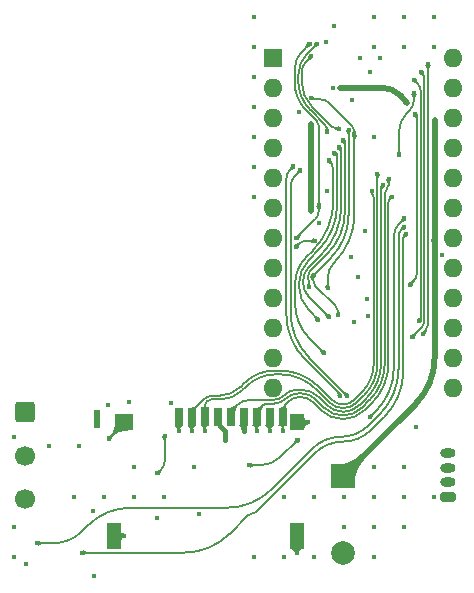
<source format=gbr>
%TF.GenerationSoftware,KiCad,Pcbnew,9.0.2*%
%TF.CreationDate,2025-08-17T18:49:40+06:00*%
%TF.ProjectId,hp3478a-ch32-ext,68703334-3738-4612-9d63-6833322d6578,rev?*%
%TF.SameCoordinates,Original*%
%TF.FileFunction,Copper,L4,Bot*%
%TF.FilePolarity,Positive*%
%FSLAX46Y46*%
G04 Gerber Fmt 4.6, Leading zero omitted, Abs format (unit mm)*
G04 Created by KiCad (PCBNEW 9.0.2) date 2025-08-17 18:49:40*
%MOMM*%
%LPD*%
G01*
G04 APERTURE LIST*
G04 Aperture macros list*
%AMRoundRect*
0 Rectangle with rounded corners*
0 $1 Rounding radius*
0 $2 $3 $4 $5 $6 $7 $8 $9 X,Y pos of 4 corners*
0 Add a 4 corners polygon primitive as box body*
4,1,4,$2,$3,$4,$5,$6,$7,$8,$9,$2,$3,0*
0 Add four circle primitives for the rounded corners*
1,1,$1+$1,$2,$3*
1,1,$1+$1,$4,$5*
1,1,$1+$1,$6,$7*
1,1,$1+$1,$8,$9*
0 Add four rect primitives between the rounded corners*
20,1,$1+$1,$2,$3,$4,$5,0*
20,1,$1+$1,$4,$5,$6,$7,0*
20,1,$1+$1,$6,$7,$8,$9,0*
20,1,$1+$1,$8,$9,$2,$3,0*%
G04 Aperture macros list end*
%TA.AperFunction,ComponentPad*%
%ADD10RoundRect,0.250000X-0.600000X0.600000X-0.600000X-0.600000X0.600000X-0.600000X0.600000X0.600000X0*%
%TD*%
%TA.AperFunction,ComponentPad*%
%ADD11C,1.700000*%
%TD*%
%TA.AperFunction,HeatsinkPad*%
%ADD12C,0.600000*%
%TD*%
%TA.AperFunction,HeatsinkPad*%
%ADD13R,0.500000X1.600000*%
%TD*%
%TA.AperFunction,ComponentPad*%
%ADD14RoundRect,0.200000X0.450000X-0.200000X0.450000X0.200000X-0.450000X0.200000X-0.450000X-0.200000X0*%
%TD*%
%TA.AperFunction,ComponentPad*%
%ADD15O,1.300000X0.800000*%
%TD*%
%TA.AperFunction,ComponentPad*%
%ADD16R,1.600000X1.600000*%
%TD*%
%TA.AperFunction,ComponentPad*%
%ADD17O,1.600000X1.600000*%
%TD*%
%TA.AperFunction,ComponentPad*%
%ADD18R,2.000000X2.000000*%
%TD*%
%TA.AperFunction,ComponentPad*%
%ADD19C,2.000000*%
%TD*%
%TA.AperFunction,SMDPad,CuDef*%
%ADD20R,0.700000X1.600000*%
%TD*%
%TA.AperFunction,SMDPad,CuDef*%
%ADD21R,1.200000X2.200000*%
%TD*%
%TA.AperFunction,SMDPad,CuDef*%
%ADD22R,1.600000X1.400000*%
%TD*%
%TA.AperFunction,SMDPad,CuDef*%
%ADD23R,1.200000X1.400000*%
%TD*%
%TA.AperFunction,ViaPad*%
%ADD24C,0.450000*%
%TD*%
%TA.AperFunction,Conductor*%
%ADD25C,0.300000*%
%TD*%
%TA.AperFunction,Conductor*%
%ADD26C,0.400000*%
%TD*%
%TA.AperFunction,Conductor*%
%ADD27C,0.160000*%
%TD*%
%TA.AperFunction,Conductor*%
%ADD28C,0.500000*%
%TD*%
G04 APERTURE END LIST*
D10*
%TO.P,J2,1,Pin_1*%
%TO.N,VCC*%
X30000000Y-73000000D03*
D11*
%TO.P,J2,2,Pin_2*%
%TO.N,VDD*%
X30000000Y-76700000D03*
%TO.P,J2,3,Pin_3*%
%TO.N,GND*%
X30000000Y-80400000D03*
%TD*%
D12*
%TO.P,U2,7,PAD*%
%TO.N,GND*%
X36112500Y-74050000D03*
D13*
X36112500Y-73550000D03*
D12*
X36112500Y-73050000D03*
%TD*%
D14*
%TO.P,J4,1,Pin_1*%
%TO.N,/VBUS*%
X65755000Y-80200000D03*
D15*
%TO.P,J4,2,Pin_2*%
%TO.N,/USB_IN_D_N*%
X65755000Y-78950000D03*
%TO.P,J4,3,Pin_3*%
%TO.N,/USB_IN_D_P*%
X65755000Y-77700000D03*
%TO.P,J4,4,Pin_4*%
%TO.N,GND*%
X65755000Y-76450000D03*
%TD*%
D16*
%TO.P,J1,1,SHIELD*%
%TO.N,unconnected-(J1-SHIELD-Pad1)*%
X51000000Y-43000000D03*
D17*
%TO.P,J1,2,ATN*%
%TO.N,Net-(J1-ATN)*%
X51000000Y-45540000D03*
%TO.P,J1,3,SRQ*%
%TO.N,Net-(J1-SRQ)*%
X51000000Y-48080000D03*
%TO.P,J1,4,IFC*%
%TO.N,Net-(J1-IFC)*%
X51000000Y-50620000D03*
%TO.P,J1,5,NDAC*%
%TO.N,Net-(J1-NDAC)*%
X51000000Y-53160000D03*
%TO.P,J1,6,NRFD*%
%TO.N,Net-(J1-NRFD)*%
X51000000Y-55700000D03*
%TO.P,J1,7,DAV*%
%TO.N,Net-(J1-DAV)*%
X51000000Y-58240000D03*
%TO.P,J1,8,EOI*%
%TO.N,Net-(J1-EOI)*%
X51000000Y-60780000D03*
%TO.P,J1,9,DIO4*%
%TO.N,Net-(J1-DIO4)*%
X51000000Y-63320000D03*
%TO.P,J1,10,DIO3*%
%TO.N,Net-(J1-DIO3)*%
X51000000Y-65860000D03*
%TO.P,J1,11,DIO2*%
%TO.N,Net-(J1-DIO2)*%
X51000000Y-68400000D03*
%TO.P,J1,12,DIO1*%
%TO.N,Net-(J1-DIO1)*%
X51000000Y-70940000D03*
%TO.P,J1,13,DIO5*%
%TO.N,Net-(J1-DIO5)*%
X66240000Y-70940000D03*
%TO.P,J1,14,DIO6*%
%TO.N,Net-(J1-DIO6)*%
X66240000Y-68400000D03*
%TO.P,J1,15,DIO7*%
%TO.N,Net-(J1-DIO7)*%
X66240000Y-65860000D03*
%TO.P,J1,16,DIO8*%
%TO.N,Net-(J1-DIO8)*%
X66240000Y-63320000D03*
%TO.P,J1,17,REN*%
%TO.N,Net-(J1-REN)*%
X66240000Y-60780000D03*
%TO.P,J1,18,G_DAV*%
%TO.N,GND*%
X66240000Y-58240000D03*
%TO.P,J1,19,G_NRFD*%
X66240000Y-55700000D03*
%TO.P,J1,20,G_NDAC*%
X66240000Y-53160000D03*
%TO.P,J1,21,G_IFC*%
X66240000Y-50620000D03*
%TO.P,J1,22,G_SRQ*%
X66240000Y-48080000D03*
%TO.P,J1,23,G_ATN*%
X66240000Y-45540000D03*
%TO.P,J1,24,G_SIG*%
X66240000Y-43000000D03*
%TD*%
D18*
%TO.P,BZ1,1,+*%
%TO.N,VDD*%
X56900000Y-78450000D03*
D19*
%TO.P,BZ1,2,-*%
%TO.N,Net-(BZ1--)*%
X56900000Y-84950000D03*
%TD*%
D20*
%TO.P,J5,1,DAT2*%
%TO.N,Net-(J5-DAT2)*%
X42984968Y-73378145D03*
%TO.P,J5,2,DAT3/CD*%
%TO.N,/SPI1_NSS*%
X44084968Y-73378145D03*
%TO.P,J5,3,CMD*%
%TO.N,/SPI1_MOSI*%
X45184968Y-73378145D03*
%TO.P,J5,4,VDD*%
%TO.N,VDD*%
X46284968Y-73378145D03*
%TO.P,J5,5,CLK*%
%TO.N,/SPI1_SCK*%
X47384968Y-73378145D03*
%TO.P,J5,6,VSS*%
%TO.N,GND*%
X48484968Y-73378145D03*
%TO.P,J5,7,DAT0*%
%TO.N,/SPI1_MISO*%
X49584968Y-73378145D03*
%TO.P,J5,8,DAT1*%
%TO.N,Net-(J5-DAT1)*%
X50684968Y-73378145D03*
%TO.P,J5,9,DET*%
%TO.N,/CARD_DET*%
X51784968Y-73378145D03*
D21*
%TO.P,J5,10,SHIELD*%
%TO.N,GND*%
X37484968Y-83478145D03*
D22*
X38384968Y-73878145D03*
D23*
X52984968Y-73878145D03*
D21*
X52984968Y-83478145D03*
%TD*%
D24*
%TO.N,GND*%
X39200000Y-80180000D03*
X49360000Y-54780000D03*
X53978145Y-73878145D03*
X34120000Y-80180000D03*
X49360000Y-85260000D03*
X59520000Y-42080000D03*
X41740000Y-80180000D03*
X59520000Y-80180000D03*
X58200000Y-61600000D03*
X49360000Y-42080000D03*
X57800000Y-65400000D03*
X54440000Y-80180000D03*
X37050000Y-75250000D03*
X62060000Y-82720000D03*
X56100000Y-40300000D03*
X59520000Y-85260000D03*
X29040000Y-85260000D03*
X58800000Y-57700000D03*
X63100000Y-74300000D03*
X44280000Y-77640000D03*
X38750000Y-72150000D03*
X59520000Y-82720000D03*
X54863734Y-57013734D03*
X59520000Y-77640000D03*
X56980000Y-82720000D03*
X58350000Y-43000000D03*
X37000000Y-72400000D03*
X49360000Y-49700000D03*
X34575000Y-75875000D03*
X54440000Y-85260000D03*
X65300000Y-59700000D03*
X62060000Y-80180000D03*
X49360000Y-47160000D03*
X44700000Y-81600000D03*
X48484968Y-74584968D03*
X49360000Y-39540000D03*
X29040000Y-82720000D03*
X39200000Y-77640000D03*
X64600000Y-80180000D03*
X49360000Y-44620000D03*
X55430000Y-41630000D03*
X35700000Y-81400000D03*
X58900000Y-63400000D03*
X51900000Y-85260000D03*
X49360000Y-52240000D03*
X64600000Y-39540000D03*
X59000000Y-64900000D03*
X51900000Y-80180000D03*
X52984968Y-84900000D03*
X59200000Y-44200000D03*
X38378145Y-83478145D03*
X62060000Y-39540000D03*
X32000000Y-75900000D03*
X55550000Y-54250000D03*
X59520000Y-49700000D03*
X35850000Y-86900000D03*
X56980000Y-80180000D03*
X64600000Y-42080000D03*
X41175000Y-81975000D03*
X57700000Y-46600000D03*
X59520000Y-39540000D03*
X60050000Y-43000000D03*
X53200000Y-47600000D03*
X30100000Y-85900000D03*
X62060000Y-77640000D03*
X57545001Y-59902389D03*
X62060000Y-42080000D03*
X36660000Y-80180000D03*
X29040000Y-75100000D03*
X42325000Y-72225000D03*
%TO.N,/EOI*%
X56600000Y-50600000D03*
X55705118Y-64950000D03*
%TO.N,/DIO7*%
X63334000Y-65300000D03*
X62900000Y-44850000D03*
%TO.N,/DIO5*%
X63671734Y-66371734D03*
X64100000Y-43550000D03*
%TO.N,/DIO6*%
X62750000Y-66650000D03*
X63500000Y-44200000D03*
%TO.N,/DIO8*%
X62550000Y-62250000D03*
X63023000Y-47800000D03*
%TO.N,/DAV*%
X54000000Y-62400000D03*
X56915000Y-50000000D03*
%TO.N,/DIO3*%
X55700000Y-51700000D03*
X55275000Y-67975000D03*
%TO.N,/BUZZ*%
X54508356Y-58508356D03*
X52934000Y-59000000D03*
X48950000Y-77500000D03*
X53050000Y-75350000D03*
%TO.N,/DIO4*%
X54802062Y-65197938D03*
X56175734Y-51055000D03*
%TO.N,/NDAC*%
X55600000Y-62500000D03*
X57870000Y-49500000D03*
X54200000Y-46400000D03*
%TO.N,/NRFD*%
X57370000Y-49100000D03*
X56500000Y-64800000D03*
X54342158Y-61474626D03*
%TO.N,/USBFS_DP*%
X57277280Y-71622720D03*
X53300000Y-52500000D03*
%TO.N,/USBFS_DN*%
X56655546Y-71644454D03*
X52700000Y-52200000D03*
%TO.N,/SPI1_SCK*%
X60300000Y-53800000D03*
%TO.N,/I2C_SCL*%
X62255000Y-57900000D03*
X34800000Y-84900000D03*
%TO.N,VDD*%
X56050000Y-45550000D03*
X64600000Y-58500000D03*
X46920000Y-74600000D03*
X46920000Y-75400000D03*
X56650000Y-45550000D03*
X54200000Y-56000000D03*
X64650000Y-48300000D03*
X62350000Y-46800000D03*
X54200000Y-48599999D03*
%TO.N,/nRST*%
X41175000Y-78200000D03*
X41800000Y-75000000D03*
X54850000Y-55500000D03*
X52934000Y-58300000D03*
X54063621Y-41800000D03*
%TO.N,/VBUS*%
X62100000Y-56600000D03*
X59150000Y-73450000D03*
%TO.N,/SPI1_MISO*%
X49600000Y-74600000D03*
X60756000Y-53249000D03*
%TO.N,/SWDIO*%
X56600000Y-49000000D03*
X54186379Y-42886379D03*
%TO.N,/SWCLK*%
X54700000Y-41800000D03*
X55543933Y-49250000D03*
%TO.N,/BOOT1*%
X62910000Y-46010000D03*
X61650000Y-51250000D03*
%TO.N,/SPI1_NSS*%
X59350000Y-54250000D03*
X44100000Y-74600000D03*
%TO.N,/SPI1_MOSI*%
X59811000Y-52811000D03*
X45200000Y-74600000D03*
%TO.N,/I2C_SDA*%
X62100000Y-57300000D03*
X31000000Y-84100000D03*
%TO.N,/CARD_DET*%
X51800000Y-74600000D03*
X61050000Y-54755000D03*
%TO.N,Net-(J5-DAT2)*%
X43000000Y-74600000D03*
%TO.N,Net-(J5-DAT1)*%
X50700000Y-74600000D03*
%TD*%
D25*
%TO.N,GND*%
X53978145Y-73878145D02*
X52984968Y-73878145D01*
D26*
X48484968Y-74584968D02*
X48484968Y-73378145D01*
D25*
X52984968Y-84900000D02*
X52984968Y-83478145D01*
D27*
X38384968Y-73896588D02*
X38384968Y-73878145D01*
D25*
X38378145Y-83478145D02*
X37484968Y-83478145D01*
D27*
X37050000Y-75250000D02*
X38371926Y-73928073D01*
X38384968Y-73896588D02*
G75*
G02*
X38371941Y-73928088I-44568J-12D01*
G01*
%TO.N,/EOI*%
X55053263Y-59678817D02*
X54034855Y-60697226D01*
X56674000Y-50674000D02*
X56600000Y-50600000D01*
X55705118Y-64950000D02*
X54034810Y-63279692D01*
X56748000Y-55587357D02*
X56748000Y-50852651D01*
X53500000Y-61988482D02*
G75*
G03*
X54034824Y-63279678I1826000J-18D01*
G01*
X55053263Y-59678817D02*
G75*
G03*
X56747970Y-55587357I-4091463J4091417D01*
G01*
X53500000Y-61988482D02*
G75*
G02*
X54034867Y-60697238I1826100J-18D01*
G01*
X56674000Y-50674000D02*
G75*
G02*
X56747979Y-50852651I-178600J-178600D01*
G01*
%TO.N,/DIO7*%
X62900000Y-44850000D02*
X63189000Y-45139000D01*
X63478000Y-65054176D02*
X63478000Y-45836707D01*
X63406000Y-65228000D02*
X63334000Y-65300000D01*
X63478000Y-65054176D02*
G75*
G02*
X63406007Y-65228007I-245800J-24D01*
G01*
X63189000Y-45139000D02*
G75*
G02*
X63477997Y-45836707I-697700J-697700D01*
G01*
%TO.N,/DIO5*%
X64100000Y-43550000D02*
X64100000Y-65597170D01*
X63687102Y-66312897D02*
X63885867Y-66114133D01*
X63671734Y-66350000D02*
X63671734Y-66371734D01*
X64100000Y-65597170D02*
G75*
G02*
X63885883Y-66114149I-731100J-30D01*
G01*
X63671734Y-66350000D02*
G75*
G02*
X63687103Y-66312898I52466J0D01*
G01*
%TO.N,/DIO6*%
X63789000Y-65213924D02*
X63789000Y-44693353D01*
X63500000Y-44200000D02*
X63644500Y-44344500D01*
X62750000Y-66650000D02*
X63508225Y-65891775D01*
X63644500Y-44344500D02*
G75*
G02*
X63789019Y-44693353I-348900J-348900D01*
G01*
X63789000Y-65213924D02*
G75*
G02*
X63508208Y-65891758I-958600J24D01*
G01*
%TO.N,/DIO8*%
X63167000Y-48045823D02*
X63167000Y-61196715D01*
X62550000Y-62250000D02*
X62858500Y-61941500D01*
X63023000Y-47800000D02*
X63095000Y-47872000D01*
X63167000Y-48045823D02*
G75*
G03*
X63095007Y-47871993I-245800J23D01*
G01*
X63167000Y-61196715D02*
G75*
G02*
X62858496Y-61941496I-1053300J15D01*
G01*
%TO.N,/DAV*%
X56987000Y-50072000D02*
X56915000Y-50000000D01*
X54096146Y-61075755D02*
X55574458Y-59597444D01*
X57059000Y-56013445D02*
X57059000Y-50245823D01*
X54000000Y-61857781D02*
X54000000Y-62400000D01*
X54000000Y-61857781D02*
G75*
G03*
X53943074Y-61720434I-194200J-19D01*
G01*
X54096146Y-61075755D02*
G75*
G03*
X53886165Y-61583009I506954J-506945D01*
G01*
X57059000Y-56013445D02*
G75*
G02*
X55574456Y-59597442I-5068540J5D01*
G01*
X53886158Y-61583009D02*
G75*
G03*
X53943083Y-61720425I194342J9D01*
G01*
X56987000Y-50072000D02*
G75*
G02*
X57058990Y-50245823I-173800J-173800D01*
G01*
%TO.N,/DIO3*%
X55719445Y-51774445D02*
X55894500Y-51949500D01*
X55275000Y-67975000D02*
X54057000Y-66757000D01*
X56089000Y-52419064D02*
X56089000Y-55069422D01*
X52839001Y-63816489D02*
X52839001Y-62178488D01*
X54320024Y-59340157D02*
X53798738Y-59861451D01*
X55700000Y-51727500D02*
X55700000Y-51700000D01*
X52839001Y-63816489D02*
G75*
G03*
X54056997Y-66757003I4158499J-11D01*
G01*
X56089000Y-52419064D02*
G75*
G03*
X55894490Y-51949510I-664100J-36D01*
G01*
X53798738Y-59861451D02*
G75*
G03*
X52838989Y-62178488I2317062J-2317049D01*
G01*
X54320024Y-59340157D02*
G75*
G03*
X56089010Y-55069422I-4270824J4270757D01*
G01*
X55700000Y-51727500D02*
G75*
G03*
X55719443Y-51774447I66400J0D01*
G01*
%TO.N,/BUZZ*%
X48950000Y-77500000D02*
X49925000Y-77500000D01*
X52955656Y-58994343D02*
X53195822Y-58754178D01*
X53050000Y-75350000D02*
X51589429Y-76810570D01*
X53789288Y-58508356D02*
X54508356Y-58508356D01*
X52934000Y-59000000D02*
X52942000Y-59000000D01*
X53195822Y-58754178D02*
G75*
G02*
X53789288Y-58508335I593478J-593422D01*
G01*
X49925000Y-77500000D02*
G75*
G03*
X51589438Y-76810579I0J2353900D01*
G01*
X52955656Y-58994343D02*
G75*
G02*
X52942000Y-59000003I-13656J13643D01*
G01*
%TO.N,/DIO4*%
X56400000Y-51437846D02*
X56400000Y-55446036D01*
X56287867Y-51167133D02*
X56175734Y-51055000D01*
X54806207Y-59293792D02*
X54067780Y-60032218D01*
X54802062Y-65197938D02*
X54067781Y-64463657D01*
X54067781Y-64463657D02*
G75*
G02*
X53149973Y-62247938I2215719J2215757D01*
G01*
X53150000Y-62247938D02*
G75*
G02*
X54067762Y-60032200I3133500J38D01*
G01*
X56287867Y-51167133D02*
G75*
G02*
X56399952Y-51437846I-270767J-270667D01*
G01*
X56400000Y-55446036D02*
G75*
G02*
X54806206Y-59293791I-5441560J6D01*
G01*
%TO.N,/NDAC*%
X57870000Y-49500000D02*
X57870000Y-49227559D01*
X54857441Y-46500000D02*
X54370710Y-46500000D01*
X57870000Y-56219732D02*
X57870000Y-49500000D01*
X55600000Y-62500000D02*
X55600000Y-61700000D01*
X54250000Y-46450000D02*
X54200000Y-46400000D01*
X57677355Y-48762473D02*
X55809052Y-46894170D01*
X55809052Y-46894170D02*
G75*
G03*
X54857441Y-46499976I-951652J-951630D01*
G01*
X56165685Y-60334314D02*
G75*
G03*
X57870022Y-56219732I-4114585J4114614D01*
G01*
X54250000Y-46450000D02*
G75*
G03*
X54370710Y-46499996I120700J120700D01*
G01*
X57677355Y-48762473D02*
G75*
G02*
X57870038Y-49227559I-465055J-465127D01*
G01*
X56165685Y-60334314D02*
G75*
G03*
X55600008Y-61700000I1365715J-1365686D01*
G01*
%TO.N,/NRFD*%
X55853077Y-59963707D02*
X54342158Y-61474626D01*
X54562298Y-62317416D02*
X56307355Y-64062473D01*
X57370000Y-49100000D02*
X57370000Y-56301531D01*
X54342158Y-61785951D02*
X54342158Y-61474626D01*
X56500000Y-64527559D02*
X56500000Y-64800000D01*
X55853077Y-59963707D02*
G75*
G03*
X57370022Y-56301531I-3662177J3662207D01*
G01*
X54342158Y-61785951D02*
G75*
G03*
X54562266Y-62317448I751642J-49D01*
G01*
X56500000Y-64527559D02*
G75*
G03*
X56307328Y-64062500I-657700J-41D01*
G01*
%TO.N,/USBFS_DP*%
X53300000Y-52500000D02*
X52880000Y-52920000D01*
X54053792Y-68399232D02*
X57277280Y-71622720D01*
X52460000Y-53933969D02*
X52460000Y-64551476D01*
X52460000Y-53933969D02*
G75*
G02*
X52880009Y-52920009I1434000J-31D01*
G01*
X52460000Y-64551476D02*
G75*
G03*
X54053770Y-68399254I5441600J-24D01*
G01*
%TO.N,/USBFS_DN*%
X56655546Y-71577280D02*
X56655546Y-71644454D01*
X52700000Y-52200000D02*
X52400000Y-52500000D01*
X53693792Y-68548352D02*
X56608046Y-71462606D01*
X52100000Y-64700596D02*
X52100000Y-53224264D01*
X52100000Y-53224264D02*
G75*
G02*
X52400011Y-52500011I1024300J-36D01*
G01*
X52100000Y-64700596D02*
G75*
G03*
X53693780Y-68548364I5441600J-4D01*
G01*
X56655546Y-71577280D02*
G75*
G03*
X56608031Y-71462621I-162146J-20D01*
G01*
%TO.N,/SPI1_SCK*%
X51002591Y-71971000D02*
X49018916Y-71971000D01*
X47863540Y-72449572D02*
X47544066Y-72769045D01*
X58300208Y-72399791D02*
X58921998Y-71778000D01*
X53304285Y-71100000D02*
X53015890Y-71100000D01*
X51964500Y-71535500D02*
X51901227Y-71598773D01*
X54847996Y-71739426D02*
X55508361Y-72399791D01*
X47384968Y-73153145D02*
X47384968Y-73378145D01*
X60300000Y-53800000D02*
X60211000Y-53889000D01*
X60122000Y-68880942D02*
X60122000Y-54103865D01*
X51964500Y-71535500D02*
G75*
G02*
X53015890Y-71099996I1051400J-1051400D01*
G01*
X54847996Y-71739426D02*
G75*
G03*
X53304285Y-71100000I-1543696J-1543674D01*
G01*
X60122000Y-54103865D02*
G75*
G02*
X60211010Y-53889010I303900J-35D01*
G01*
X47863540Y-72449572D02*
G75*
G02*
X49018916Y-71970997I1155360J-1155328D01*
G01*
X56904285Y-72978002D02*
G75*
G02*
X55508375Y-72399777I15J1974102D01*
G01*
X60122000Y-68880942D02*
G75*
G02*
X58921986Y-71777988I-4097100J42D01*
G01*
X47544066Y-72769045D02*
G75*
G03*
X47385008Y-73153145I384134J-384055D01*
G01*
X51002591Y-71971000D02*
G75*
G03*
X51901239Y-71598785I9J1270900D01*
G01*
X56904285Y-72978002D02*
G75*
G03*
X58300209Y-72399792I15J1974102D01*
G01*
%TO.N,/I2C_SCL*%
X47293792Y-83306206D02*
X48858578Y-81741421D01*
X62000000Y-58335312D02*
X62000000Y-69546036D01*
X59289949Y-74510050D02*
X60406207Y-73393792D01*
X54510050Y-76489949D02*
X49541421Y-81458578D01*
X62255000Y-57900000D02*
X62127500Y-58027500D01*
X34800000Y-84900000D02*
X43446036Y-84900000D01*
X47293792Y-83306206D02*
G75*
G02*
X43446036Y-84900010I-3847792J3847806D01*
G01*
X49200000Y-81600000D02*
G75*
G03*
X49541433Y-81458590I0J482900D01*
G01*
X59289949Y-74510050D02*
G75*
G02*
X56900000Y-75499999I-2389949J2389950D01*
G01*
X49200000Y-81600000D02*
G75*
G03*
X48858587Y-81741430I0J-482800D01*
G01*
X62000000Y-69546036D02*
G75*
G02*
X60406206Y-73393791I-5441560J6D01*
G01*
X54510050Y-76489949D02*
G75*
G02*
X56900000Y-75500000I2389950J-2389951D01*
G01*
X62000000Y-58335312D02*
G75*
G02*
X62127496Y-58027496I435300J12D01*
G01*
D28*
%TO.N,VDD*%
X64650000Y-68446036D02*
X64650000Y-58585355D01*
X61725000Y-46175000D02*
X62350000Y-46800000D01*
D26*
X46920000Y-75400000D02*
X46920000Y-74600000D01*
D28*
X64600000Y-58500000D02*
X64625000Y-58475000D01*
D26*
X46284968Y-73671556D02*
X46284968Y-73378145D01*
D28*
X60216116Y-45550000D02*
X56650000Y-45550000D01*
X63056207Y-72293792D02*
X56900000Y-78450000D01*
X64600000Y-58500000D02*
X64625000Y-58525000D01*
X54200000Y-56000000D02*
X54200000Y-48599999D01*
D26*
X46492441Y-74172441D02*
X46920000Y-74600000D01*
D28*
X64650000Y-48300000D02*
X64650000Y-58414644D01*
D26*
X46492441Y-74172441D02*
G75*
G02*
X46284991Y-73671556I500859J500841D01*
G01*
D28*
X64625000Y-58525000D02*
G75*
G02*
X64650018Y-58585355I-60400J-60400D01*
G01*
X60216116Y-45550000D02*
G75*
G02*
X61724995Y-46175005I-16J-2133900D01*
G01*
X64650000Y-58414644D02*
G75*
G02*
X64624987Y-58474987I-85400J44D01*
G01*
X64650000Y-68446036D02*
G75*
G02*
X63056206Y-72293791I-5441560J6D01*
G01*
D27*
%TO.N,/nRST*%
X54850000Y-55500000D02*
X54850000Y-48775924D01*
X54063621Y-41800000D02*
X54049240Y-41814380D01*
X54537458Y-56696541D02*
X52934000Y-58300000D01*
X54850000Y-55500000D02*
X54850000Y-55942000D01*
X54023517Y-41876482D02*
X53418189Y-42481810D01*
X53825000Y-47525000D02*
X54690248Y-48390248D01*
X41800000Y-77133058D02*
X41800000Y-75000000D01*
X41487500Y-77887500D02*
X41175000Y-78200000D01*
X52800000Y-43974251D02*
X52800000Y-45050431D01*
X52800000Y-43974251D02*
G75*
G02*
X53418220Y-42481841I2110600J-49D01*
G01*
X54036379Y-41845431D02*
G75*
G02*
X54023495Y-41876460I-43879J31D01*
G01*
X41800000Y-77133058D02*
G75*
G02*
X41487533Y-77887533I-1067000J-42D01*
G01*
X54537458Y-56696541D02*
G75*
G03*
X54849994Y-55942000I-754558J754541D01*
G01*
X54036379Y-41845431D02*
G75*
G02*
X54049223Y-41814363I43921J31D01*
G01*
X53825000Y-47525000D02*
G75*
G02*
X52799987Y-45050431I2474600J2474600D01*
G01*
X54690248Y-48390248D02*
G75*
G02*
X54849991Y-48775924I-385648J-385652D01*
G01*
%TO.N,/VBUS*%
X62100000Y-56600000D02*
X61649500Y-57050500D01*
X59709452Y-72890548D02*
X59150000Y-73450000D01*
X61199000Y-58138103D02*
X61199000Y-69294460D01*
X61199000Y-58138103D02*
G75*
G02*
X61649499Y-57050499I1538100J3D01*
G01*
X61199000Y-69294460D02*
G75*
G02*
X59709453Y-72890549I-5085640J0D01*
G01*
%TO.N,/SPI1_MISO*%
X49584968Y-73678839D02*
X49584968Y-73723120D01*
X49600000Y-74600000D02*
X49592484Y-74592484D01*
X53144709Y-71411000D02*
X53304285Y-71411000D01*
X59141909Y-71997910D02*
X58520119Y-72619700D01*
X49584968Y-73862549D02*
X49584968Y-74046260D01*
X49584968Y-73152622D02*
X49584968Y-73182691D01*
X49584968Y-74046260D02*
X49584968Y-74099811D01*
X49584968Y-73242831D02*
X49584968Y-73272901D01*
X49755067Y-72726932D02*
X49892484Y-72589516D01*
X49584968Y-73152622D02*
X49584968Y-73137588D01*
X49584968Y-74396390D02*
X49584968Y-74515022D01*
X51041931Y-72281999D02*
X50634893Y-72281999D01*
X49584968Y-74574338D02*
X49584968Y-74515022D01*
X60433000Y-68880942D02*
X60433000Y-54540277D01*
X49584968Y-73272901D02*
X49584968Y-73318005D01*
X60756000Y-53249000D02*
X60756000Y-53760486D01*
X54628086Y-71959336D02*
X55288450Y-72619700D01*
X49584968Y-73786552D02*
X49584968Y-73862549D01*
X49584968Y-73438283D02*
X49584968Y-73558561D01*
X49584968Y-74099811D02*
X49584968Y-74337074D01*
X49584968Y-73182691D02*
X49584968Y-73212761D01*
X49584968Y-73212761D02*
X49584968Y-73242831D01*
X49584968Y-73754836D02*
X49584968Y-73786552D01*
X49584968Y-74396390D02*
X49584968Y-74337074D01*
X49584968Y-73318005D02*
X49584968Y-73438283D01*
X49584968Y-73558561D02*
X49584968Y-73678839D01*
X49584968Y-73723120D02*
X49584968Y-73754836D01*
X53144709Y-71411000D02*
G75*
G03*
X52093313Y-71846492I-9J-1486900D01*
G01*
X55288450Y-72619700D02*
G75*
G03*
X56904285Y-73289022I1615850J1615800D01*
G01*
X54628086Y-71959336D02*
G75*
G03*
X53304285Y-71410999I-1323786J-1323764D01*
G01*
X60594500Y-54150382D02*
G75*
G03*
X60432985Y-54540277I389900J-389918D01*
G01*
X51041931Y-72281999D02*
G75*
G03*
X52093307Y-71846486I-31J1486899D01*
G01*
X49755067Y-72726932D02*
G75*
G03*
X49584952Y-73137588I410633J-410668D01*
G01*
X49584968Y-74574338D02*
G75*
G03*
X49592509Y-74592459I25632J38D01*
G01*
X50634893Y-72281999D02*
G75*
G03*
X49892492Y-72589524I7J-1049901D01*
G01*
X56904285Y-73289001D02*
G75*
G03*
X58520120Y-72619701I15J2285101D01*
G01*
X60433000Y-68880942D02*
G75*
G02*
X59141909Y-71997910I-4408060J2D01*
G01*
X60594500Y-54150382D02*
G75*
G03*
X60755989Y-53760486I-389900J389882D01*
G01*
%TO.N,/SWDIO*%
X56350000Y-49000000D02*
X56600000Y-49000000D01*
X53400000Y-44220698D02*
X53400000Y-45000000D01*
X54186379Y-42886379D02*
X54146010Y-42926747D01*
X54126747Y-42973252D02*
X53768189Y-43331810D01*
X55923223Y-48823223D02*
X54319238Y-47219238D01*
X56350000Y-49000000D02*
G75*
G02*
X55923213Y-48823233I0J603600D01*
G01*
X54319238Y-47219238D02*
G75*
G02*
X53400007Y-45000000I2219262J2219238D01*
G01*
X54146010Y-42926747D02*
G75*
G03*
X54136389Y-42950000I23290J-23253D01*
G01*
X54126747Y-42973252D02*
G75*
G03*
X54136380Y-42950000I-23247J23252D01*
G01*
X53400000Y-44220698D02*
G75*
G02*
X53768186Y-43331807I1257100J-2D01*
G01*
%TO.N,/SWCLK*%
X55543933Y-49046966D02*
X55543933Y-49250000D01*
X53100000Y-44900000D02*
X53100000Y-44531370D01*
X54700000Y-41800000D02*
X53900000Y-42600000D01*
X54160660Y-47460660D02*
X55400366Y-48700366D01*
X53900000Y-42600000D02*
G75*
G03*
X53099988Y-44531370I1931400J-1931400D01*
G01*
X55543933Y-49046966D02*
G75*
G03*
X55400342Y-48700390I-490133J-34D01*
G01*
X54160660Y-47460660D02*
G75*
G02*
X53099994Y-44900000I2560640J2560660D01*
G01*
%TO.N,/BOOT1*%
X62518162Y-47481837D02*
X62275000Y-47725000D01*
X62910000Y-46010000D02*
X62905000Y-46015000D01*
X62900000Y-46560000D02*
X62900000Y-46027071D01*
X61650000Y-51250000D02*
X61650000Y-49233883D01*
X62275000Y-47725000D02*
G75*
G03*
X61649993Y-49233883I1508900J-1508900D01*
G01*
X62905000Y-46015000D02*
G75*
G03*
X62899988Y-46027071I12100J-12100D01*
G01*
X62900000Y-46560000D02*
G75*
G02*
X62518168Y-47481843I-1303700J0D01*
G01*
%TO.N,/SPI1_NSS*%
X44710927Y-72302180D02*
X44581187Y-72431921D01*
X44907669Y-72105440D02*
X44840670Y-72172438D01*
X44989821Y-72023288D02*
X44957386Y-72055723D01*
X44394812Y-72618296D02*
X44361313Y-72651796D01*
X44760112Y-72252994D02*
X44710927Y-72302180D01*
X44084968Y-74564517D02*
X44084968Y-73153145D01*
X44518445Y-72494663D02*
X44514188Y-72498920D01*
X57860386Y-71959973D02*
X58482178Y-71338182D01*
X44791484Y-72221623D02*
X44760112Y-72252994D01*
X55948183Y-71959973D02*
X54844121Y-70855911D01*
X51544105Y-69489000D02*
X51103702Y-69489000D01*
X59300000Y-54335355D02*
X59300000Y-54400000D01*
X48237825Y-70862174D02*
X48555499Y-70544499D01*
X44509931Y-72503176D02*
X44394812Y-72618296D01*
X59350000Y-54250000D02*
X59325000Y-54275000D01*
X44514188Y-72498920D02*
X44509931Y-72503176D01*
X44989821Y-72023288D02*
X45006571Y-72006539D01*
X44822855Y-72190252D02*
X44791484Y-72221623D01*
X44244067Y-72769045D02*
X44260816Y-72752295D01*
X44096242Y-74596242D02*
X44100000Y-74600000D01*
X45028550Y-71984561D02*
X45039540Y-71973572D01*
X44822855Y-72190252D02*
X44840670Y-72172438D01*
X45028550Y-71984561D02*
X45006571Y-72006539D01*
X59370710Y-54570710D02*
X59400000Y-54600000D01*
X44294315Y-72718794D02*
X44327814Y-72685295D01*
X46456556Y-71600000D02*
X45941424Y-71600000D01*
X44518445Y-72494663D02*
X44581187Y-72431921D01*
X44361313Y-72651796D02*
X44327814Y-72685295D01*
X44957386Y-72055723D02*
X44924951Y-72088158D01*
X59500000Y-68880942D02*
X59500000Y-54841421D01*
X44924951Y-72088158D02*
X44907669Y-72105440D01*
X44090450Y-74587573D02*
X44088726Y-74583411D01*
X44294315Y-72718794D02*
X44260816Y-72752295D01*
X44090450Y-74587573D02*
G75*
G03*
X44096243Y-74596241I24750J10273D01*
G01*
X44084968Y-74564517D02*
G75*
G03*
X44088735Y-74583407I49332J17D01*
G01*
X48555499Y-70544499D02*
G75*
G02*
X51103702Y-69489000I2548201J-2548201D01*
G01*
X45941424Y-71600000D02*
G75*
G03*
X45039519Y-71973551I-24J-1275500D01*
G01*
X51544105Y-69489000D02*
G75*
G02*
X54844113Y-70855919I-5J-4666900D01*
G01*
X59500000Y-68880942D02*
G75*
G02*
X58482165Y-71338169I-3475100J42D01*
G01*
X46456556Y-71600000D02*
G75*
G03*
X48237848Y-70862197I44J2519100D01*
G01*
X56904285Y-72356004D02*
G75*
G02*
X55948196Y-71959960I15J1352104D01*
G01*
X59500000Y-54841421D02*
G75*
G03*
X59400006Y-54599994I-341400J21D01*
G01*
X59300000Y-54400000D02*
G75*
G03*
X59370714Y-54570706I241400J0D01*
G01*
X59300000Y-54335355D02*
G75*
G02*
X59325013Y-54275013I85400J-45D01*
G01*
X44084968Y-73153145D02*
G75*
G02*
X44244038Y-72769016I543232J45D01*
G01*
X56904285Y-72356004D02*
G75*
G03*
X57860388Y-71959975I15J1352104D01*
G01*
%TO.N,/SPI1_MOSI*%
X45184968Y-74393499D02*
X45184968Y-74433920D01*
X45184968Y-74514234D02*
X45184968Y-74554303D01*
X45184968Y-73689301D02*
X45184968Y-73850984D01*
X45184968Y-72633879D02*
X45184968Y-72605503D01*
X45184968Y-72869124D02*
X45184968Y-72860890D01*
X45184968Y-72633879D02*
X45184968Y-72709550D01*
X45184968Y-73209634D02*
X45184968Y-73377439D01*
X45184968Y-72869124D02*
X45184968Y-72928326D01*
X45184968Y-72785220D02*
X45184968Y-72860890D01*
X58702088Y-71558091D02*
X58080297Y-72179882D01*
X45184968Y-73041829D02*
X45184968Y-73209634D01*
X45192484Y-74592484D02*
X45200000Y-74600000D01*
X48684320Y-70855499D02*
X48366646Y-71173172D01*
X45184968Y-72548752D02*
X45184968Y-72567669D01*
X45184968Y-72709550D02*
X45184968Y-72785220D01*
X45184968Y-74094036D02*
X45184968Y-74095091D01*
X51232521Y-69800000D02*
X51544104Y-69800000D01*
X45184968Y-74433920D02*
X45184968Y-74474341D01*
X45184968Y-72928326D02*
X45184968Y-72987528D01*
X45184968Y-74174350D02*
X45184968Y-74333923D01*
X45184968Y-73850984D02*
X45184968Y-74012667D01*
X45184968Y-72567669D02*
X45184968Y-72586586D01*
X45184968Y-74574338D02*
X45184968Y-74554303D01*
X45184968Y-74474341D02*
X45184968Y-74514234D01*
X45184968Y-74393499D02*
X45184968Y-74333923D01*
X46585377Y-71910999D02*
X45794345Y-71910999D01*
X45184968Y-74092981D02*
X45184968Y-74012667D01*
X45184968Y-72529835D02*
X45184968Y-72548752D01*
X45184968Y-72987528D02*
X45184968Y-73041829D01*
X45184968Y-73689301D02*
X45184968Y-73545244D01*
X45184968Y-74092981D02*
X45184968Y-74094036D01*
X45184968Y-72529835D02*
X45184968Y-72520377D01*
X45184968Y-72586586D02*
X45184968Y-72605503D01*
X59811000Y-68880942D02*
X59811000Y-52811000D01*
X45184968Y-74095091D02*
X45184968Y-74174350D01*
X45184968Y-73377439D02*
X45184968Y-73545244D01*
X54624209Y-71075821D02*
X55728270Y-72179882D01*
X45363450Y-72089482D02*
G75*
G03*
X45184938Y-72520377I430850J-430918D01*
G01*
X45192484Y-74592484D02*
G75*
G02*
X45184932Y-74574338I18116J18184D01*
G01*
X45363450Y-72089482D02*
G75*
G02*
X45794345Y-71911038I430850J-430918D01*
G01*
X48366646Y-71173172D02*
G75*
G02*
X46585377Y-71910981I-1781246J1781272D01*
G01*
X55728270Y-72179882D02*
G75*
G03*
X56904284Y-72667024I1176030J1175982D01*
G01*
X54624209Y-71075821D02*
G75*
G03*
X51544104Y-69799989I-3080109J-3080079D01*
G01*
X59811000Y-68880942D02*
G75*
G02*
X58702075Y-71558078I-3786100J42D01*
G01*
X58080297Y-72179882D02*
G75*
G02*
X56904284Y-72667000I-1175997J1175982D01*
G01*
X51232521Y-69800000D02*
G75*
G03*
X48684310Y-70855489I-21J-3603700D01*
G01*
%TO.N,/I2C_SDA*%
X54310050Y-76089949D02*
X50893792Y-79506207D01*
X34789949Y-83110050D02*
X35300000Y-82600000D01*
X61850000Y-57550000D02*
X62100000Y-57300000D01*
X32400000Y-84100000D02*
X31000000Y-84100000D01*
X61600000Y-58153553D02*
X61600000Y-69346036D01*
X38921320Y-81100000D02*
X47046036Y-81100000D01*
X60006207Y-73193792D02*
X59089949Y-74110050D01*
X50893792Y-79506207D02*
G75*
G02*
X47046036Y-81100010I-3847792J3847807D01*
G01*
X54310050Y-76089949D02*
G75*
G02*
X56700000Y-75100000I2389950J-2389951D01*
G01*
X56700000Y-75100000D02*
G75*
G03*
X59089950Y-74110051I0J3379900D01*
G01*
X38921320Y-81100000D02*
G75*
G03*
X35299994Y-82599994I-20J-5121300D01*
G01*
X60006207Y-73193792D02*
G75*
G03*
X61600010Y-69346036I-3847807J3847792D01*
G01*
X61850000Y-57550000D02*
G75*
G03*
X61600022Y-58153553I603500J-603500D01*
G01*
X32400000Y-84100000D02*
G75*
G03*
X34789950Y-83110051I0J3379900D01*
G01*
%TO.N,/CARD_DET*%
X51784968Y-73504496D02*
X51784968Y-73643528D01*
X52061967Y-72317672D02*
X52221304Y-72158336D01*
X51784968Y-74496951D02*
X51784968Y-74548542D01*
X61050000Y-54755000D02*
X61047500Y-54755000D01*
X51784968Y-74276599D02*
X51784968Y-74371910D01*
X51784968Y-74276599D02*
X51784968Y-74264796D01*
X51784968Y-74371910D02*
X51784968Y-74467221D01*
X51784968Y-73085653D02*
X51784968Y-73180964D01*
X51784968Y-74467221D02*
X51784968Y-74496951D01*
X51784968Y-73180964D02*
X51784968Y-73276275D01*
X60744000Y-55268839D02*
X60744000Y-68880942D01*
X51784968Y-73276275D02*
X51784968Y-73280210D01*
X55029380Y-72829380D02*
X54369018Y-72169018D01*
X51784968Y-73383390D02*
X51784968Y-73486570D01*
X51784968Y-73280210D02*
X51784968Y-73383390D01*
X51784968Y-74020837D02*
X51784968Y-74026960D01*
X51784968Y-73085653D02*
X51784968Y-73059858D01*
X58750259Y-72829380D02*
X59361820Y-72217820D01*
X51784968Y-73889674D02*
X51784968Y-73643528D01*
X51784968Y-74026960D02*
X51784968Y-74145878D01*
X61043232Y-54756767D02*
X60894499Y-54905499D01*
X51784968Y-72986408D02*
X51784968Y-73010891D01*
X51784968Y-73504496D02*
X51784968Y-73486570D01*
X51784968Y-73010891D02*
X51784968Y-73059858D01*
X51784968Y-73889674D02*
X51784968Y-74020837D01*
X51800000Y-74600000D02*
X51792484Y-74592484D01*
X51784968Y-74145878D02*
X51784968Y-74264796D01*
X51784968Y-74548542D02*
X51784968Y-74574338D01*
X53289820Y-71722000D02*
X53274712Y-71722000D01*
X53274712Y-71722000D02*
G75*
G03*
X52221307Y-72158339I-12J-1489700D01*
G01*
X51792484Y-74592484D02*
G75*
G02*
X51784932Y-74574338I18116J18184D01*
G01*
X61043232Y-54756767D02*
G75*
G02*
X61047500Y-54754989I4268J-4233D01*
G01*
X55029380Y-72829380D02*
G75*
G03*
X56889820Y-73599974I1860420J1860480D01*
G01*
X60744000Y-55268839D02*
G75*
G02*
X60894489Y-54905489I513800J39D01*
G01*
X58750259Y-72829380D02*
G75*
G02*
X56889820Y-73600001I-1860459J1860480D01*
G01*
X53289820Y-71722000D02*
G75*
G02*
X54369004Y-72169032I-20J-1526200D01*
G01*
X60744000Y-68880942D02*
G75*
G02*
X59361819Y-72217819I-4719060J2D01*
G01*
X52061967Y-72317672D02*
G75*
G03*
X51784972Y-72986408I668733J-668728D01*
G01*
%TO.N,Net-(J5-DAT2)*%
X42984968Y-74574338D02*
X42984968Y-73378145D01*
X42992484Y-74592484D02*
X43000000Y-74600000D01*
X42992484Y-74592484D02*
G75*
G02*
X42984932Y-74574338I18116J18184D01*
G01*
%TO.N,Net-(J5-DAT1)*%
X50684968Y-74574338D02*
X50684968Y-73378145D01*
X50692484Y-74592484D02*
X50700000Y-74600000D01*
X50692484Y-74592484D02*
G75*
G02*
X50684932Y-74574338I18116J18184D01*
G01*
%TD*%
%TA.AperFunction,Conductor*%
%TO.N,/nRST*%
G36*
X53823238Y-42189898D02*
G01*
X53883462Y-42136232D01*
X53934409Y-42102911D01*
X54016522Y-42069746D01*
X54091377Y-42041621D01*
X54188624Y-41987081D01*
X54064328Y-41799293D01*
X53876540Y-41674997D01*
X53843323Y-41732909D01*
X53823682Y-41783695D01*
X53807324Y-41872335D01*
X53786935Y-41967445D01*
X53759170Y-42018861D01*
X53710101Y-42076761D01*
X53823238Y-42189898D01*
G37*
%TD.AperFunction*%
%TD*%
%TA.AperFunction,Conductor*%
%TO.N,/nRST*%
G36*
X41880000Y-75445677D02*
G01*
X41884658Y-75373617D01*
X41897267Y-75318992D01*
X41943687Y-75229214D01*
X41985580Y-75155564D01*
X42020677Y-75043895D01*
X41800000Y-74999000D01*
X41579323Y-75043895D01*
X41597834Y-75113973D01*
X41620054Y-75167301D01*
X41656313Y-75229214D01*
X41700838Y-75313476D01*
X41714804Y-75370009D01*
X41720000Y-75445677D01*
X41880000Y-75445677D01*
G37*
%TD.AperFunction*%
%TD*%
%TA.AperFunction,Conductor*%
%TO.N,/SWDIO*%
G36*
X53941427Y-43271709D02*
G01*
X53999881Y-43219820D01*
X54049834Y-43187539D01*
X54135699Y-43154788D01*
X54212358Y-43128002D01*
X54311382Y-43073460D01*
X54187086Y-42885672D01*
X53999298Y-42761376D01*
X53965374Y-42820318D01*
X53945214Y-42871690D01*
X53928146Y-42955825D01*
X53905840Y-43049892D01*
X53877508Y-43100895D01*
X53828290Y-43158572D01*
X53941427Y-43271709D01*
G37*
%TD.AperFunction*%
%TD*%
%TA.AperFunction,Conductor*%
%TO.N,/nRST*%
G36*
X54929979Y-55943816D02*
G01*
X54936284Y-55870727D01*
X54950043Y-55815638D01*
X54994707Y-55729421D01*
X55035900Y-55655781D01*
X55070677Y-55543895D01*
X54850022Y-55499001D01*
X54629323Y-55543895D01*
X54669347Y-55663379D01*
X54707339Y-55726153D01*
X54752715Y-55809373D01*
X54766230Y-55865251D01*
X54770021Y-55940184D01*
X54929979Y-55943816D01*
G37*
%TD.AperFunction*%
%TD*%
%TA.AperFunction,Conductor*%
%TO.N,/BUZZ*%
G36*
X49395677Y-77420000D02*
G01*
X49323617Y-77415342D01*
X49268993Y-77402733D01*
X49179214Y-77356313D01*
X49105565Y-77314419D01*
X48993895Y-77279323D01*
X48949000Y-77500000D01*
X48993895Y-77720677D01*
X49063973Y-77702166D01*
X49117301Y-77679945D01*
X49179214Y-77643687D01*
X49263475Y-77599162D01*
X49320008Y-77585196D01*
X49395677Y-77580000D01*
X49395677Y-77420000D01*
G37*
%TD.AperFunction*%
%TD*%
%TA.AperFunction,Conductor*%
%TO.N,/CARD_DET*%
G36*
X51864968Y-74276599D02*
G01*
X51869933Y-74250388D01*
X51884689Y-74228679D01*
X51943630Y-74197460D01*
X52070756Y-74179537D01*
X52134968Y-74178145D01*
X51784968Y-73377145D01*
X51434968Y-74178145D01*
X51551096Y-74183437D01*
X51635746Y-74200482D01*
X51673357Y-74218790D01*
X51696554Y-74243343D01*
X51704968Y-74276599D01*
X51864968Y-74276599D01*
G37*
%TD.AperFunction*%
%TD*%
%TA.AperFunction,Conductor*%
%TO.N,/DIO7*%
G36*
X63246730Y-45083619D02*
G01*
X63204063Y-45032437D01*
X63178322Y-44987555D01*
X63154642Y-44899912D01*
X63136530Y-44822614D01*
X63087081Y-44724997D01*
X62899308Y-44849279D01*
X62774997Y-45037081D01*
X62830679Y-45068864D01*
X62878991Y-45087240D01*
X62949168Y-45101439D01*
X63034238Y-45122439D01*
X63079911Y-45148768D01*
X63131270Y-45194381D01*
X63246730Y-45083619D01*
G37*
%TD.AperFunction*%
%TD*%
%TA.AperFunction,Conductor*%
%TO.N,GND*%
G36*
X53532468Y-74028145D02*
G01*
X53646357Y-74032870D01*
X53724200Y-74045941D01*
X53780373Y-74061070D01*
X53934250Y-74098822D01*
X53979145Y-73878145D01*
X53934250Y-73657468D01*
X53780371Y-73695220D01*
X53679680Y-73719166D01*
X53532468Y-73728145D01*
X53532468Y-74028145D01*
G37*
%TD.AperFunction*%
%TD*%
%TA.AperFunction,Conductor*%
%TO.N,/NDAC*%
G36*
X55520000Y-62054323D02*
G01*
X55515342Y-62126382D01*
X55502733Y-62181007D01*
X55456313Y-62270785D01*
X55414420Y-62344435D01*
X55379323Y-62456105D01*
X55600000Y-62501000D01*
X55820677Y-62456105D01*
X55802166Y-62386027D01*
X55779946Y-62332699D01*
X55743687Y-62270785D01*
X55699162Y-62186524D01*
X55685196Y-62129991D01*
X55680000Y-62054323D01*
X55520000Y-62054323D01*
G37*
%TD.AperFunction*%
%TD*%
%TA.AperFunction,Conductor*%
%TO.N,Net-(J5-DAT2)*%
G36*
X42904968Y-74154323D02*
G01*
X42900322Y-74230862D01*
X42887803Y-74288147D01*
X42848308Y-74373452D01*
X42811587Y-74446766D01*
X42779323Y-74556105D01*
X43000000Y-74601000D01*
X43220677Y-74556105D01*
X43202825Y-74489574D01*
X43180723Y-74438445D01*
X43135728Y-74368776D01*
X43086355Y-74286073D01*
X43070777Y-74229895D01*
X43064968Y-74154323D01*
X42904968Y-74154323D01*
G37*
%TD.AperFunction*%
%TD*%
%TA.AperFunction,Conductor*%
%TO.N,GND*%
G36*
X48284968Y-74139291D02*
G01*
X48287715Y-74271897D01*
X48287712Y-74385832D01*
X48264291Y-74541073D01*
X48484968Y-74585968D01*
X48705645Y-74541073D01*
X48683967Y-74406254D01*
X48680902Y-74312524D01*
X48682221Y-74271899D01*
X48684968Y-74139291D01*
X48284968Y-74139291D01*
G37*
%TD.AperFunction*%
%TD*%
%TA.AperFunction,Conductor*%
%TO.N,/NRFD*%
G36*
X54422233Y-61844219D02*
G01*
X54415974Y-61787653D01*
X54422265Y-61746230D01*
X54458286Y-61688481D01*
X54470785Y-61674045D01*
X54529239Y-61599629D01*
X54341963Y-61473646D01*
X54121481Y-61518521D01*
X54140642Y-61591833D01*
X54162840Y-61644810D01*
X54193395Y-61696966D01*
X54232281Y-61766581D01*
X54265307Y-61875423D01*
X54422233Y-61844219D01*
G37*
%TD.AperFunction*%
%TD*%
%TA.AperFunction,Conductor*%
%TO.N,/DIO5*%
G36*
X63869162Y-66017870D02*
G01*
X63832431Y-66064351D01*
X63797239Y-66093563D01*
X63727070Y-66119970D01*
X63704452Y-66124342D01*
X63633312Y-66141432D01*
X63546731Y-66184653D01*
X63671179Y-66372565D01*
X63892411Y-66415629D01*
X63906550Y-66339470D01*
X63932791Y-66229689D01*
X64002198Y-66106756D01*
X63869162Y-66017870D01*
G37*
%TD.AperFunction*%
%TD*%
%TA.AperFunction,Conductor*%
%TO.N,/NDAC*%
G36*
X57950000Y-49945677D02*
G01*
X57954658Y-49873617D01*
X57967267Y-49818992D01*
X58013687Y-49729214D01*
X58055580Y-49655564D01*
X58090677Y-49543895D01*
X57870000Y-49499000D01*
X57649323Y-49543895D01*
X57667834Y-49613973D01*
X57690054Y-49667301D01*
X57726313Y-49729214D01*
X57770838Y-49813476D01*
X57784804Y-49870009D01*
X57790000Y-49945677D01*
X57950000Y-49945677D01*
G37*
%TD.AperFunction*%
%TD*%
%TA.AperFunction,Conductor*%
%TO.N,/CARD_DET*%
G36*
X60850503Y-55119061D02*
G01*
X60868367Y-55070897D01*
X60891062Y-55038536D01*
X60944520Y-55008222D01*
X61004560Y-54997778D01*
X61084769Y-54983355D01*
X61175003Y-54942081D01*
X61050258Y-54754035D01*
X60829323Y-54711105D01*
X60807002Y-54800482D01*
X60783267Y-54862450D01*
X60762790Y-54904370D01*
X60730333Y-54973580D01*
X60695954Y-55077658D01*
X60850503Y-55119061D01*
G37*
%TD.AperFunction*%
%TD*%
%TA.AperFunction,Conductor*%
%TO.N,/NRFD*%
G36*
X57450000Y-49545677D02*
G01*
X57454658Y-49473617D01*
X57467267Y-49418992D01*
X57513687Y-49329214D01*
X57555580Y-49255564D01*
X57590677Y-49143895D01*
X57370000Y-49099000D01*
X57149323Y-49143895D01*
X57167834Y-49213973D01*
X57190054Y-49267301D01*
X57226313Y-49329214D01*
X57270838Y-49413476D01*
X57284804Y-49470009D01*
X57290000Y-49545677D01*
X57450000Y-49545677D01*
G37*
%TD.AperFunction*%
%TD*%
%TA.AperFunction,Conductor*%
%TO.N,/USBFS_DN*%
G36*
X52457839Y-52555268D02*
G01*
X52507061Y-52510513D01*
X52550958Y-52482922D01*
X52646200Y-52455760D01*
X52725533Y-52437233D01*
X52825003Y-52387081D01*
X52700690Y-52199278D01*
X52512919Y-52074997D01*
X52477820Y-52135606D01*
X52457081Y-52187211D01*
X52440613Y-52254640D01*
X52415623Y-52341514D01*
X52388091Y-52389509D01*
X52342161Y-52444732D01*
X52457839Y-52555268D01*
G37*
%TD.AperFunction*%
%TD*%
%TA.AperFunction,Conductor*%
%TO.N,/DAV*%
G36*
X53920000Y-61954323D02*
G01*
X53915342Y-62026382D01*
X53902733Y-62081007D01*
X53856313Y-62170785D01*
X53814420Y-62244435D01*
X53779323Y-62356105D01*
X54000000Y-62401000D01*
X54220677Y-62356105D01*
X54202166Y-62286027D01*
X54179946Y-62232699D01*
X54143687Y-62170785D01*
X54099162Y-62086524D01*
X54085196Y-62029991D01*
X54080000Y-61954323D01*
X53920000Y-61954323D01*
G37*
%TD.AperFunction*%
%TD*%
%TA.AperFunction,Conductor*%
%TO.N,/BOOT1*%
G36*
X62980000Y-46455677D02*
G01*
X62984667Y-46386050D01*
X62997335Y-46332911D01*
X63040495Y-46251997D01*
X63048389Y-46240608D01*
X63093724Y-46166907D01*
X63130677Y-46053895D01*
X62910000Y-46009000D01*
X62689323Y-46053895D01*
X62730662Y-46181896D01*
X62760995Y-46237532D01*
X62802317Y-46322939D01*
X62815213Y-46379785D01*
X62820000Y-46455677D01*
X62980000Y-46455677D01*
G37*
%TD.AperFunction*%
%TD*%
%TA.AperFunction,Conductor*%
%TO.N,/DIO8*%
G36*
X62800663Y-61886230D02*
G01*
X62749923Y-61932567D01*
X62704823Y-61961396D01*
X62607360Y-61990820D01*
X62526612Y-62011010D01*
X62424997Y-62062919D01*
X62549310Y-62250722D01*
X62737081Y-62375003D01*
X62773522Y-62312396D01*
X62795326Y-62259286D01*
X62812891Y-62191785D01*
X62839998Y-62102867D01*
X62868808Y-62053625D01*
X62916337Y-61996770D01*
X62800663Y-61886230D01*
G37*
%TD.AperFunction*%
%TD*%
%TA.AperFunction,Conductor*%
%TO.N,GND*%
G36*
X37283449Y-75129688D02*
G01*
X37438790Y-75001586D01*
X37674158Y-74859767D01*
X37973862Y-74726136D01*
X38132372Y-74671852D01*
X38292395Y-74628259D01*
X38438300Y-74599141D01*
X38579985Y-74582113D01*
X38681384Y-74578145D01*
X38385675Y-73877438D01*
X37584968Y-73697804D01*
X37596429Y-73894544D01*
X37571488Y-74132194D01*
X37504896Y-74400134D01*
X37398822Y-74669803D01*
X37336044Y-74790243D01*
X37269049Y-74896535D01*
X37170312Y-75016551D01*
X37283449Y-75129688D01*
G37*
%TD.AperFunction*%
%TD*%
%TA.AperFunction,Conductor*%
%TO.N,/nRST*%
G36*
X53192572Y-57928291D02*
G01*
X53138324Y-57975951D01*
X53090783Y-58005661D01*
X52994476Y-58036319D01*
X52912776Y-58058774D01*
X52808997Y-58112919D01*
X52933293Y-58300707D01*
X53121081Y-58425003D01*
X53157544Y-58362361D01*
X53179540Y-58308940D01*
X53197680Y-58239524D01*
X53225778Y-58148458D01*
X53255877Y-58098607D01*
X53305709Y-58041428D01*
X53192572Y-57928291D01*
G37*
%TD.AperFunction*%
%TD*%
%TA.AperFunction,Conductor*%
%TO.N,VDD*%
G36*
X46887053Y-74284211D02*
G01*
X46782788Y-74151128D01*
X46735640Y-74065926D01*
X46694672Y-73970543D01*
X46661487Y-73867092D01*
X46636768Y-73755278D01*
X46622111Y-73640665D01*
X46617461Y-73519748D01*
X46634968Y-73305425D01*
X46284261Y-73377438D01*
X46254294Y-74178145D01*
X46309874Y-74196457D01*
X46381022Y-74261138D01*
X46498815Y-74424116D01*
X46604211Y-74567053D01*
X46887053Y-74284211D01*
G37*
%TD.AperFunction*%
%TD*%
%TA.AperFunction,Conductor*%
%TO.N,/DIO6*%
G36*
X63008572Y-66278291D02*
G01*
X62954324Y-66325951D01*
X62906783Y-66355661D01*
X62810476Y-66386319D01*
X62728776Y-66408774D01*
X62624997Y-66462919D01*
X62749293Y-66650707D01*
X62937081Y-66775003D01*
X62973544Y-66712361D01*
X62995540Y-66658940D01*
X63013680Y-66589524D01*
X63041778Y-66498458D01*
X63071877Y-66448607D01*
X63121709Y-66391428D01*
X63008572Y-66278291D01*
G37*
%TD.AperFunction*%
%TD*%
%TA.AperFunction,Conductor*%
%TO.N,/SWDIO*%
G36*
X56165935Y-49052476D02*
G01*
X56198177Y-49061073D01*
X56337279Y-49104614D01*
X56474997Y-49187081D01*
X56600965Y-49000258D01*
X56556105Y-48779323D01*
X56458211Y-48815138D01*
X56399251Y-48855917D01*
X56362598Y-48882461D01*
X56322827Y-48901503D01*
X56273291Y-48908254D01*
X56207343Y-48897928D01*
X56165935Y-49052476D01*
G37*
%TD.AperFunction*%
%TD*%
%TA.AperFunction,Conductor*%
%TO.N,/CARD_DET*%
G36*
X52027494Y-72239009D02*
G01*
X51925145Y-72367490D01*
X51788712Y-72504559D01*
X51724873Y-72550406D01*
X51665477Y-72575503D01*
X51642704Y-72578145D01*
X51784261Y-73378852D01*
X52134968Y-73423835D01*
X52091196Y-73262378D01*
X52058547Y-73102789D01*
X52038726Y-72955732D01*
X52030569Y-72815234D01*
X52033871Y-72696316D01*
X52047875Y-72586372D01*
X52069370Y-72498899D01*
X52099906Y-72420782D01*
X52140630Y-72352145D01*
X52027494Y-72239009D01*
G37*
%TD.AperFunction*%
%TD*%
%TA.AperFunction,Conductor*%
%TO.N,/NRFD*%
G36*
X56411433Y-64428014D02*
G01*
X56420102Y-64478657D01*
X56417159Y-64518502D01*
X56387526Y-64576790D01*
X56362577Y-64605357D01*
X56314665Y-64665256D01*
X56294238Y-64705315D01*
X56279323Y-64756105D01*
X56500258Y-64800965D01*
X56687081Y-64674997D01*
X56616136Y-64555468D01*
X56581689Y-64446447D01*
X56580008Y-64439974D01*
X56565977Y-64386592D01*
X56411433Y-64428014D01*
G37*
%TD.AperFunction*%
%TD*%
%TA.AperFunction,Conductor*%
%TO.N,/SWCLK*%
G36*
X54441428Y-42171709D02*
G01*
X54495676Y-42124049D01*
X54543216Y-42094339D01*
X54639524Y-42063680D01*
X54721224Y-42041225D01*
X54825003Y-41987081D01*
X54700707Y-41799293D01*
X54512919Y-41674997D01*
X54476456Y-41737639D01*
X54454459Y-41791059D01*
X54436319Y-41860476D01*
X54408221Y-41951542D01*
X54378122Y-42001393D01*
X54328291Y-42058572D01*
X54441428Y-42171709D01*
G37*
%TD.AperFunction*%
%TD*%
%TA.AperFunction,Conductor*%
%TO.N,/USBFS_DN*%
G36*
X56365979Y-71333676D02*
G01*
X56404865Y-71379328D01*
X56426362Y-71419897D01*
X56435171Y-71491467D01*
X56431592Y-71529031D01*
X56426387Y-71598966D01*
X56434869Y-71688349D01*
X56656253Y-71645161D01*
X56780549Y-71457373D01*
X56711530Y-71411764D01*
X56601477Y-71334716D01*
X56479116Y-71220539D01*
X56365979Y-71333676D01*
G37*
%TD.AperFunction*%
%TD*%
%TA.AperFunction,Conductor*%
%TO.N,VDD*%
G36*
X58430330Y-76566117D02*
G01*
X58209533Y-76758630D01*
X58063418Y-76865753D01*
X57902139Y-76971407D01*
X57729139Y-77072507D01*
X57546342Y-77166919D01*
X57369340Y-77246639D01*
X57188204Y-77316156D01*
X57023069Y-77368339D01*
X56857846Y-77408951D01*
X56711551Y-77434164D01*
X56567527Y-77447815D01*
X56485786Y-77450000D01*
X56899293Y-78450707D01*
X57900000Y-78864214D01*
X57919041Y-78615717D01*
X57979429Y-78334894D01*
X58085472Y-78024320D01*
X58238410Y-77693656D01*
X58431950Y-77364150D01*
X58539113Y-77209662D01*
X58646390Y-77071826D01*
X58783883Y-76919670D01*
X58430330Y-76566117D01*
G37*
%TD.AperFunction*%
%TD*%
%TA.AperFunction,Conductor*%
%TO.N,/nRST*%
G36*
X41429686Y-77832206D02*
G01*
X41378186Y-77879296D01*
X41332491Y-77908709D01*
X41234028Y-77939191D01*
X41152623Y-77960174D01*
X41049997Y-78012919D01*
X41174309Y-78200722D01*
X41362081Y-78325003D01*
X41399143Y-78261472D01*
X41421439Y-78207664D01*
X41439494Y-78140126D01*
X41467589Y-78050231D01*
X41497009Y-78000406D01*
X41545314Y-77942794D01*
X41429686Y-77832206D01*
G37*
%TD.AperFunction*%
%TD*%
%TA.AperFunction,Conductor*%
%TO.N,/DIO4*%
G36*
X54430353Y-64939366D02*
G01*
X54478013Y-64993614D01*
X54507723Y-65041154D01*
X54538381Y-65137461D01*
X54560836Y-65219162D01*
X54614981Y-65322941D01*
X54802769Y-65198645D01*
X54927065Y-65010857D01*
X54864423Y-64974394D01*
X54811002Y-64952397D01*
X54741585Y-64934257D01*
X54650520Y-64906159D01*
X54600669Y-64876060D01*
X54543490Y-64826229D01*
X54430353Y-64939366D01*
G37*
%TD.AperFunction*%
%TD*%
%TA.AperFunction,Conductor*%
%TO.N,/nRST*%
G36*
X54770000Y-55054323D02*
G01*
X54765342Y-55126382D01*
X54752733Y-55181007D01*
X54706313Y-55270785D01*
X54664420Y-55344435D01*
X54629323Y-55456105D01*
X54850000Y-55501000D01*
X55070677Y-55456105D01*
X55052166Y-55386027D01*
X55029946Y-55332699D01*
X54993687Y-55270785D01*
X54949162Y-55186524D01*
X54935196Y-55129991D01*
X54930000Y-55054323D01*
X54770000Y-55054323D01*
G37*
%TD.AperFunction*%
%TD*%
%TA.AperFunction,Conductor*%
%TO.N,/DAV*%
G36*
X57139000Y-50401784D02*
G01*
X57149345Y-50221098D01*
X57155720Y-50111770D01*
X57135677Y-49956105D01*
X56915000Y-49999000D01*
X56727919Y-50125003D01*
X56795560Y-50196761D01*
X56869712Y-50240026D01*
X56912470Y-50263073D01*
X56947184Y-50292143D01*
X56970484Y-50335593D01*
X56979000Y-50401784D01*
X57139000Y-50401784D01*
G37*
%TD.AperFunction*%
%TD*%
%TA.AperFunction,Conductor*%
%TO.N,GND*%
G36*
X37308572Y-74878291D02*
G01*
X37254324Y-74925951D01*
X37206783Y-74955661D01*
X37110476Y-74986319D01*
X37028776Y-75008774D01*
X36924997Y-75062919D01*
X37049293Y-75250707D01*
X37237081Y-75375003D01*
X37273544Y-75312361D01*
X37295540Y-75258940D01*
X37313680Y-75189524D01*
X37341778Y-75098458D01*
X37371877Y-75048607D01*
X37421709Y-74991428D01*
X37308572Y-74878291D01*
G37*
%TD.AperFunction*%
%TD*%
%TA.AperFunction,Conductor*%
%TO.N,GND*%
G36*
X38378145Y-83328145D02*
G01*
X38291660Y-83308145D01*
X38248026Y-83282309D01*
X38206781Y-83245910D01*
X38169366Y-83199006D01*
X38137127Y-83141562D01*
X38111896Y-83075021D01*
X38094295Y-82998352D01*
X38084968Y-82878145D01*
X37483968Y-83478145D01*
X38084968Y-84078145D01*
X38089771Y-83990694D01*
X38103391Y-83912682D01*
X38125115Y-83842898D01*
X38153515Y-83782915D01*
X38188162Y-83731706D01*
X38227143Y-83690750D01*
X38269836Y-83659622D01*
X38314218Y-83639092D01*
X38378145Y-83628145D01*
X38378145Y-83328145D01*
G37*
%TD.AperFunction*%
%TD*%
%TA.AperFunction,Conductor*%
%TO.N,/SWCLK*%
G36*
X55414494Y-48854545D02*
G01*
X55436446Y-48902146D01*
X55443686Y-48941795D01*
X55428033Y-49002538D01*
X55397025Y-49050428D01*
X55355161Y-49116067D01*
X55323256Y-49206105D01*
X55544433Y-49250865D01*
X55731014Y-49124997D01*
X55675934Y-49034641D01*
X55644336Y-48967902D01*
X55632766Y-48939428D01*
X55553050Y-48774533D01*
X55414494Y-48854545D01*
G37*
%TD.AperFunction*%
%TD*%
%TA.AperFunction,Conductor*%
%TO.N,VDD*%
G36*
X46463438Y-74426281D02*
G01*
X46559148Y-74518106D01*
X46639709Y-74598671D01*
X46732919Y-74725003D01*
X46920707Y-74600707D01*
X47045003Y-74412919D01*
X46934344Y-74332917D01*
X46865901Y-74268808D01*
X46838106Y-74239148D01*
X46746281Y-74143438D01*
X46463438Y-74426281D01*
G37*
%TD.AperFunction*%
%TD*%
%TA.AperFunction,Conductor*%
%TO.N,/NRFD*%
G36*
X54600730Y-61102917D02*
G01*
X54546482Y-61150577D01*
X54498941Y-61180287D01*
X54402634Y-61210945D01*
X54320934Y-61233400D01*
X54217155Y-61287545D01*
X54341451Y-61475333D01*
X54529239Y-61599629D01*
X54565702Y-61536987D01*
X54587698Y-61483566D01*
X54605838Y-61414150D01*
X54633936Y-61323084D01*
X54664035Y-61273233D01*
X54713867Y-61216054D01*
X54600730Y-61102917D01*
G37*
%TD.AperFunction*%
%TD*%
%TA.AperFunction,Conductor*%
%TO.N,/NDAC*%
G36*
X54622438Y-46420000D02*
G01*
X54563749Y-46415220D01*
X54520613Y-46401759D01*
X54465031Y-46357465D01*
X54440514Y-46326568D01*
X54394945Y-46271578D01*
X54325003Y-46212919D01*
X54199000Y-46400000D01*
X54243895Y-46620677D01*
X54284546Y-46612553D01*
X54442990Y-46585196D01*
X54622438Y-46580000D01*
X54622438Y-46420000D01*
G37*
%TD.AperFunction*%
%TD*%
%TA.AperFunction,Conductor*%
%TO.N,GND*%
G36*
X52834968Y-84454323D02*
G01*
X52830243Y-84568210D01*
X52817172Y-84646053D01*
X52802043Y-84702226D01*
X52764291Y-84856105D01*
X52984968Y-84901000D01*
X53205645Y-84856105D01*
X53167893Y-84702228D01*
X53143947Y-84601536D01*
X53134968Y-84454323D01*
X52834968Y-84454323D01*
G37*
%TD.AperFunction*%
%TD*%
%TA.AperFunction,Conductor*%
%TO.N,VDD*%
G36*
X46720000Y-74954323D02*
G01*
X46722747Y-75086929D01*
X46722744Y-75200864D01*
X46699323Y-75356105D01*
X46920000Y-75401000D01*
X47140677Y-75356105D01*
X47118999Y-75221286D01*
X47115934Y-75127556D01*
X47117253Y-75086931D01*
X47120000Y-74954323D01*
X46720000Y-74954323D01*
G37*
%TD.AperFunction*%
%TD*%
%TA.AperFunction,Conductor*%
%TO.N,/USBFS_DP*%
G36*
X53041428Y-52871709D02*
G01*
X53095676Y-52824049D01*
X53143216Y-52794339D01*
X53239524Y-52763680D01*
X53321224Y-52741225D01*
X53425003Y-52687081D01*
X53300707Y-52499293D01*
X53112919Y-52374997D01*
X53076456Y-52437639D01*
X53054459Y-52491059D01*
X53036319Y-52560476D01*
X53008221Y-52651542D01*
X52978122Y-52701393D01*
X52928291Y-52758572D01*
X53041428Y-52871709D01*
G37*
%TD.AperFunction*%
%TD*%
%TA.AperFunction,Conductor*%
%TO.N,/DIO3*%
G36*
X54903291Y-67716428D02*
G01*
X54950951Y-67770676D01*
X54980661Y-67818216D01*
X55011319Y-67914523D01*
X55033774Y-67996224D01*
X55087919Y-68100003D01*
X55275707Y-67975707D01*
X55400003Y-67787919D01*
X55337361Y-67751456D01*
X55283940Y-67729459D01*
X55214523Y-67711319D01*
X55123458Y-67683221D01*
X55073607Y-67653122D01*
X55016428Y-67603291D01*
X54903291Y-67716428D01*
G37*
%TD.AperFunction*%
%TD*%
%TA.AperFunction,Conductor*%
%TO.N,GND*%
G36*
X37932468Y-83628145D02*
G01*
X38046357Y-83632870D01*
X38124200Y-83645941D01*
X38180373Y-83661070D01*
X38334250Y-83698822D01*
X38379145Y-83478145D01*
X38334250Y-83257468D01*
X38180371Y-83295220D01*
X38079680Y-83319166D01*
X37932468Y-83328145D01*
X37932468Y-83628145D01*
G37*
%TD.AperFunction*%
%TD*%
%TA.AperFunction,Conductor*%
%TO.N,/DIO6*%
G36*
X63843464Y-44529370D02*
G01*
X63784780Y-44360982D01*
X63782750Y-44356293D01*
X63751431Y-44276857D01*
X63720677Y-44156105D01*
X63499742Y-44199035D01*
X63374997Y-44387081D01*
X63468079Y-44430176D01*
X63537801Y-44444895D01*
X63587072Y-44454786D01*
X63629124Y-44472868D01*
X63663294Y-44508437D01*
X63688920Y-44570792D01*
X63843464Y-44529370D01*
G37*
%TD.AperFunction*%
%TD*%
%TA.AperFunction,Conductor*%
%TO.N,/SPI1_NSS*%
G36*
X44004968Y-74154323D02*
G01*
X44000322Y-74230862D01*
X43987803Y-74288147D01*
X43948308Y-74373452D01*
X43911587Y-74446766D01*
X43879323Y-74556105D01*
X44100000Y-74601000D01*
X44320677Y-74556105D01*
X44302825Y-74489574D01*
X44280723Y-74438445D01*
X44235728Y-74368776D01*
X44186355Y-74286073D01*
X44170777Y-74229895D01*
X44164968Y-74154323D01*
X44004968Y-74154323D01*
G37*
%TD.AperFunction*%
%TD*%
%TA.AperFunction,Conductor*%
%TO.N,/I2C_SDA*%
G36*
X61858406Y-57654982D02*
G01*
X61895041Y-57608676D01*
X61930688Y-57578990D01*
X62001036Y-57553052D01*
X62042489Y-57547739D01*
X62125488Y-57533727D01*
X62225003Y-57487081D01*
X62100555Y-57299169D01*
X61912919Y-57174997D01*
X61865954Y-57253295D01*
X61837996Y-57315215D01*
X61819143Y-57370547D01*
X61788560Y-57454270D01*
X61725370Y-57566094D01*
X61858406Y-57654982D01*
G37*
%TD.AperFunction*%
%TD*%
%TA.AperFunction,Conductor*%
%TO.N,/SPI1_SCK*%
G36*
X47908917Y-72295642D02*
G01*
X47815080Y-72379994D01*
X47692643Y-72471828D01*
X47599168Y-72527558D01*
X47507214Y-72565840D01*
X47432268Y-72578145D01*
X47384159Y-73378732D01*
X47734968Y-73468827D01*
X47740096Y-73274100D01*
X47755995Y-73087688D01*
X47779560Y-72933088D01*
X47812623Y-72790186D01*
X47849149Y-72678275D01*
X47893463Y-72578449D01*
X47938100Y-72503403D01*
X47988973Y-72439477D01*
X48002963Y-72425082D01*
X47908917Y-72295642D01*
G37*
%TD.AperFunction*%
%TD*%
%TA.AperFunction,Conductor*%
%TO.N,/SPI1_MOSI*%
G36*
X45104968Y-74174350D02*
G01*
X45100326Y-74246646D01*
X45087831Y-74300729D01*
X45048212Y-74381350D01*
X45011166Y-74451191D01*
X44979323Y-74556105D01*
X45200000Y-74601000D01*
X45420677Y-74556105D01*
X45403507Y-74493044D01*
X45381892Y-74444673D01*
X45335862Y-74377259D01*
X45286436Y-74299432D01*
X45270803Y-74246195D01*
X45264968Y-74174350D01*
X45104968Y-74174350D01*
G37*
%TD.AperFunction*%
%TD*%
%TA.AperFunction,Conductor*%
%TO.N,/DIO8*%
G36*
X63247000Y-48201778D02*
G01*
X63257345Y-48021094D01*
X63263720Y-47911768D01*
X63243677Y-47756105D01*
X63023000Y-47799000D01*
X62835919Y-47925003D01*
X62903559Y-47996760D01*
X62977712Y-48040024D01*
X63020470Y-48063070D01*
X63055184Y-48092139D01*
X63078484Y-48135589D01*
X63087000Y-48201778D01*
X63247000Y-48201778D01*
G37*
%TD.AperFunction*%
%TD*%
%TA.AperFunction,Conductor*%
%TO.N,GND*%
G36*
X53978145Y-73728145D02*
G01*
X53874244Y-73708145D01*
X53815385Y-73681279D01*
X53757634Y-73643144D01*
X53706903Y-73597028D01*
X53662023Y-73540957D01*
X53628617Y-73482052D01*
X53603562Y-73415101D01*
X53589810Y-73349721D01*
X53584968Y-73278145D01*
X52983968Y-73878145D01*
X53584968Y-74478145D01*
X53603439Y-74341620D01*
X53655744Y-74224912D01*
X53738231Y-74129135D01*
X53844622Y-74060275D01*
X53902616Y-74039098D01*
X53957521Y-74029049D01*
X53978145Y-74028145D01*
X53978145Y-73728145D01*
G37*
%TD.AperFunction*%
%TD*%
%TA.AperFunction,Conductor*%
%TO.N,/SPI1_SCK*%
G36*
X60202000Y-54188658D02*
G01*
X60206842Y-54138513D01*
X60220739Y-54103020D01*
X60265202Y-54063584D01*
X60315163Y-54041652D01*
X60425003Y-53987081D01*
X60300000Y-53799000D01*
X60079323Y-53756105D01*
X60046230Y-53953689D01*
X60041895Y-54127039D01*
X60042000Y-54188658D01*
X60202000Y-54188658D01*
G37*
%TD.AperFunction*%
%TD*%
%TA.AperFunction,Conductor*%
%TO.N,/SPI1_MISO*%
G36*
X50161337Y-72307395D02*
G01*
X50121315Y-72335045D01*
X49884140Y-72490127D01*
X49761582Y-72552735D01*
X49707735Y-72571367D01*
X49662053Y-72578145D01*
X49584045Y-73378527D01*
X49934968Y-73475282D01*
X49934121Y-73302219D01*
X49943832Y-73135102D01*
X49962482Y-72989412D01*
X49990810Y-72854011D01*
X50024033Y-72745360D01*
X50065273Y-72648347D01*
X50107603Y-72575138D01*
X50156272Y-72513035D01*
X50222568Y-72455214D01*
X50161337Y-72307395D01*
G37*
%TD.AperFunction*%
%TD*%
%TA.AperFunction,Conductor*%
%TO.N,/VBUS*%
G36*
X61841428Y-56971709D02*
G01*
X61895676Y-56924049D01*
X61943216Y-56894339D01*
X62039524Y-56863680D01*
X62121224Y-56841225D01*
X62225003Y-56787081D01*
X62100707Y-56599293D01*
X61912919Y-56474997D01*
X61876456Y-56537639D01*
X61854459Y-56591059D01*
X61836319Y-56660476D01*
X61808221Y-56751542D01*
X61778122Y-56801393D01*
X61728291Y-56858572D01*
X61841428Y-56971709D01*
G37*
%TD.AperFunction*%
%TD*%
%TA.AperFunction,Conductor*%
%TO.N,/I2C_SCL*%
G36*
X35245677Y-84820000D02*
G01*
X35173617Y-84815342D01*
X35118993Y-84802733D01*
X35029214Y-84756313D01*
X34955565Y-84714419D01*
X34843895Y-84679323D01*
X34799000Y-84900000D01*
X34843895Y-85120677D01*
X34913973Y-85102166D01*
X34967301Y-85079945D01*
X35029214Y-85043687D01*
X35113475Y-84999162D01*
X35170008Y-84985196D01*
X35245677Y-84980000D01*
X35245677Y-84820000D01*
G37*
%TD.AperFunction*%
%TD*%
%TA.AperFunction,Conductor*%
%TO.N,/BUZZ*%
G36*
X52791428Y-75721709D02*
G01*
X52845676Y-75674049D01*
X52893216Y-75644339D01*
X52989524Y-75613680D01*
X53071224Y-75591225D01*
X53175003Y-75537081D01*
X53050707Y-75349293D01*
X52862919Y-75224997D01*
X52826456Y-75287639D01*
X52804459Y-75341059D01*
X52786319Y-75410476D01*
X52758221Y-75501542D01*
X52728122Y-75551393D01*
X52678291Y-75608572D01*
X52791428Y-75721709D01*
G37*
%TD.AperFunction*%
%TD*%
%TA.AperFunction,Conductor*%
%TO.N,/BUZZ*%
G36*
X53210896Y-58630515D02*
G01*
X53136245Y-58674996D01*
X53076007Y-58701489D01*
X53009944Y-58721720D01*
X52923397Y-58749938D01*
X52808997Y-58812919D01*
X52933169Y-59000555D01*
X53121081Y-59125003D01*
X53170075Y-59022751D01*
X53185774Y-58946905D01*
X53194469Y-58899546D01*
X53210817Y-58854538D01*
X53243148Y-58809874D01*
X53299792Y-58763545D01*
X53210896Y-58630515D01*
G37*
%TD.AperFunction*%
%TD*%
%TA.AperFunction,Conductor*%
%TO.N,/I2C_SCL*%
G36*
X62083747Y-58279652D02*
G01*
X62102316Y-58228886D01*
X62125573Y-58194576D01*
X62180404Y-58160484D01*
X62229902Y-58147062D01*
X62299788Y-58127489D01*
X62380003Y-58087081D01*
X62255258Y-57899035D01*
X62034323Y-57856105D01*
X62004276Y-57988122D01*
X61977258Y-58076909D01*
X61929199Y-58238243D01*
X62083747Y-58279652D01*
G37*
%TD.AperFunction*%
%TD*%
%TA.AperFunction,Conductor*%
%TO.N,/SPI1_NSS*%
G36*
X44461877Y-72438095D02*
G01*
X44413262Y-72479235D01*
X44351518Y-72516944D01*
X44282783Y-72546237D01*
X44203848Y-72567285D01*
X44087529Y-72578145D01*
X44084261Y-73378852D01*
X44434968Y-73458710D01*
X44434423Y-73316485D01*
X44435211Y-73063515D01*
X44449837Y-72851336D01*
X44466590Y-72760690D01*
X44491904Y-72680418D01*
X44527478Y-72610579D01*
X44575013Y-72551231D01*
X44461877Y-72438095D01*
G37*
%TD.AperFunction*%
%TD*%
%TA.AperFunction,Conductor*%
%TO.N,/I2C_SDA*%
G36*
X31445677Y-84020000D02*
G01*
X31373617Y-84015342D01*
X31318993Y-84002733D01*
X31229214Y-83956313D01*
X31155565Y-83914419D01*
X31043895Y-83879323D01*
X30999000Y-84100000D01*
X31043895Y-84320677D01*
X31113973Y-84302166D01*
X31167301Y-84279945D01*
X31229214Y-84243687D01*
X31313475Y-84199162D01*
X31370008Y-84185196D01*
X31445677Y-84180000D01*
X31445677Y-84020000D01*
G37*
%TD.AperFunction*%
%TD*%
%TA.AperFunction,Conductor*%
%TO.N,/DIO3*%
G36*
X56023590Y-51972861D02*
G01*
X55967946Y-51864965D01*
X55944136Y-51783065D01*
X55935877Y-51738011D01*
X55920677Y-51656105D01*
X55699500Y-51699134D01*
X55574997Y-51887081D01*
X55670579Y-51932158D01*
X55727788Y-51944859D01*
X55809429Y-51969775D01*
X55847229Y-52000203D01*
X55885028Y-52052863D01*
X56023590Y-51972861D01*
G37*
%TD.AperFunction*%
%TD*%
%TA.AperFunction,Conductor*%
%TO.N,VDD*%
G36*
X47120000Y-75045677D02*
G01*
X47117253Y-74913069D01*
X47117256Y-74799135D01*
X47140677Y-74643895D01*
X46920000Y-74599000D01*
X46699323Y-74643895D01*
X46721001Y-74778716D01*
X46724066Y-74872448D01*
X46722747Y-74913071D01*
X46720000Y-75045677D01*
X47120000Y-75045677D01*
G37*
%TD.AperFunction*%
%TD*%
%TA.AperFunction,Conductor*%
%TO.N,/DIO4*%
G36*
X56479645Y-51423453D02*
G01*
X56472100Y-51314141D01*
X56457650Y-51238588D01*
X56440362Y-51180162D01*
X56396411Y-51011105D01*
X56175708Y-51054001D01*
X56050731Y-51242081D01*
X56141082Y-51283947D01*
X56195061Y-51297794D01*
X56244078Y-51310688D01*
X56282964Y-51330726D01*
X56309058Y-51366778D01*
X56319702Y-51427711D01*
X56479645Y-51423453D01*
G37*
%TD.AperFunction*%
%TD*%
%TA.AperFunction,Conductor*%
%TO.N,/EOI*%
G36*
X55333409Y-64691428D02*
G01*
X55381069Y-64745676D01*
X55410779Y-64793216D01*
X55441437Y-64889523D01*
X55463892Y-64971224D01*
X55518037Y-65075003D01*
X55705825Y-64950707D01*
X55830121Y-64762919D01*
X55767479Y-64726456D01*
X55714058Y-64704459D01*
X55644641Y-64686319D01*
X55553576Y-64658221D01*
X55503725Y-64628122D01*
X55446546Y-64578291D01*
X55333409Y-64691428D01*
G37*
%TD.AperFunction*%
%TD*%
%TA.AperFunction,Conductor*%
%TO.N,Net-(J5-DAT1)*%
G36*
X50604968Y-74154323D02*
G01*
X50600322Y-74230862D01*
X50587803Y-74288147D01*
X50548308Y-74373452D01*
X50511587Y-74446766D01*
X50479323Y-74556105D01*
X50700000Y-74601000D01*
X50920677Y-74556105D01*
X50902825Y-74489574D01*
X50880723Y-74438445D01*
X50835728Y-74368776D01*
X50786355Y-74286073D01*
X50770777Y-74229895D01*
X50764968Y-74154323D01*
X50604968Y-74154323D01*
G37*
%TD.AperFunction*%
%TD*%
%TA.AperFunction,Conductor*%
%TO.N,/USBFS_DP*%
G36*
X56905571Y-71364148D02*
G01*
X56953231Y-71418396D01*
X56982941Y-71465936D01*
X57013599Y-71562243D01*
X57036054Y-71643944D01*
X57090199Y-71747723D01*
X57277987Y-71623427D01*
X57402283Y-71435639D01*
X57339641Y-71399176D01*
X57286220Y-71377179D01*
X57216803Y-71359039D01*
X57125738Y-71330941D01*
X57075887Y-71300842D01*
X57018708Y-71251011D01*
X56905571Y-71364148D01*
G37*
%TD.AperFunction*%
%TD*%
%TA.AperFunction,Conductor*%
%TO.N,/NDAC*%
G36*
X57781472Y-49128014D02*
G01*
X57790140Y-49178653D01*
X57787197Y-49218495D01*
X57757561Y-49276776D01*
X57732598Y-49305352D01*
X57684672Y-49365251D01*
X57664240Y-49405311D01*
X57649323Y-49456105D01*
X57870258Y-49500965D01*
X58057081Y-49374997D01*
X57986236Y-49255653D01*
X57951874Y-49147012D01*
X57950092Y-49140152D01*
X57936017Y-49086592D01*
X57781472Y-49128014D01*
G37*
%TD.AperFunction*%
%TD*%
%TA.AperFunction,Conductor*%
%TO.N,/SPI1_MISO*%
G36*
X49504968Y-74154323D02*
G01*
X49500322Y-74230862D01*
X49487803Y-74288147D01*
X49448308Y-74373452D01*
X49411587Y-74446766D01*
X49379323Y-74556105D01*
X49600000Y-74601000D01*
X49820677Y-74556105D01*
X49802825Y-74489574D01*
X49780723Y-74438445D01*
X49735728Y-74368776D01*
X49686355Y-74286073D01*
X49670777Y-74229895D01*
X49664968Y-74154323D01*
X49504968Y-74154323D01*
G37*
%TD.AperFunction*%
%TD*%
%TA.AperFunction,Conductor*%
%TO.N,/CARD_DET*%
G36*
X51704968Y-74276599D02*
G01*
X51699991Y-74337043D01*
X51685149Y-74376989D01*
X51655919Y-74417294D01*
X51612919Y-74474997D01*
X51800000Y-74601000D01*
X51987081Y-74474997D01*
X51921645Y-74401857D01*
X51880743Y-74355626D01*
X51869113Y-74323137D01*
X51864968Y-74276599D01*
X51704968Y-74276599D01*
G37*
%TD.AperFunction*%
%TD*%
%TA.AperFunction,Conductor*%
%TO.N,/SPI1_MISO*%
G36*
X49664968Y-74396390D02*
G01*
X49684689Y-74321285D01*
X49711227Y-74280020D01*
X49748574Y-74242045D01*
X49792679Y-74212410D01*
X49845661Y-74190671D01*
X49934968Y-74178145D01*
X49584968Y-73377145D01*
X49234968Y-74178145D01*
X49340856Y-74196134D01*
X49426047Y-74246016D01*
X49484807Y-74320414D01*
X49504968Y-74396390D01*
X49664968Y-74396390D01*
G37*
%TD.AperFunction*%
%TD*%
%TA.AperFunction,Conductor*%
%TO.N,GND*%
G36*
X48684968Y-74528145D02*
G01*
X48684448Y-74495456D01*
X48684759Y-74399209D01*
X48699675Y-74295319D01*
X48717426Y-74249377D01*
X48744607Y-74212169D01*
X48783146Y-74187242D01*
X48834968Y-74178145D01*
X48484968Y-73377145D01*
X48134968Y-74178145D01*
X48173623Y-74182926D01*
X48205142Y-74196391D01*
X48250246Y-74245202D01*
X48277794Y-74328970D01*
X48286162Y-74456042D01*
X48285488Y-74495456D01*
X48284968Y-74528145D01*
X48684968Y-74528145D01*
G37*
%TD.AperFunction*%
%TD*%
%TA.AperFunction,Conductor*%
%TO.N,/DIO7*%
G36*
X63398000Y-64898222D02*
G01*
X63393230Y-64949857D01*
X63379837Y-64987779D01*
X63335973Y-65034026D01*
X63288712Y-65059975D01*
X63217436Y-65101121D01*
X63181388Y-65132245D01*
X63146919Y-65174997D01*
X63334000Y-65301000D01*
X63554677Y-65343895D01*
X63571875Y-65233401D01*
X63574544Y-65154282D01*
X63568345Y-65078905D01*
X63558000Y-64898222D01*
X63398000Y-64898222D01*
G37*
%TD.AperFunction*%
%TD*%
%TA.AperFunction,Conductor*%
%TO.N,GND*%
G36*
X53134968Y-84900000D02*
G01*
X53154968Y-84808636D01*
X53181140Y-84760684D01*
X53218102Y-84714751D01*
X53264724Y-84673483D01*
X53321682Y-84637564D01*
X53385490Y-84609889D01*
X53458660Y-84590044D01*
X53584968Y-84578145D01*
X52984968Y-83477145D01*
X52384968Y-84578145D01*
X52466645Y-84582947D01*
X52540149Y-84596561D01*
X52665952Y-84647399D01*
X52760309Y-84723936D01*
X52794548Y-84769613D01*
X52818365Y-84816912D01*
X52834968Y-84900000D01*
X53134968Y-84900000D01*
G37*
%TD.AperFunction*%
%TD*%
%TA.AperFunction,Conductor*%
%TO.N,/BUZZ*%
G36*
X54062679Y-58588356D02*
G01*
X54134739Y-58593014D01*
X54189363Y-58605623D01*
X54279141Y-58652043D01*
X54352791Y-58693936D01*
X54464461Y-58729033D01*
X54509356Y-58508356D01*
X54464461Y-58287679D01*
X54394383Y-58306190D01*
X54341055Y-58328410D01*
X54279141Y-58364669D01*
X54194880Y-58409194D01*
X54138347Y-58423160D01*
X54062679Y-58428356D01*
X54062679Y-58588356D01*
G37*
%TD.AperFunction*%
%TD*%
%TA.AperFunction,Conductor*%
%TO.N,/EOI*%
G36*
X56828000Y-51000278D02*
G01*
X56836651Y-50824626D01*
X56841676Y-50713566D01*
X56820677Y-50556105D01*
X56600000Y-50599000D01*
X56412919Y-50725003D01*
X56480164Y-50796037D01*
X56557202Y-50839823D01*
X56600507Y-50862329D01*
X56635705Y-50890981D01*
X56659352Y-50934168D01*
X56668000Y-51000278D01*
X56828000Y-51000278D01*
G37*
%TD.AperFunction*%
%TD*%
%TA.AperFunction,Conductor*%
%TO.N,/SPI1_NSS*%
G36*
X44164968Y-74528145D02*
G01*
X44184689Y-74420017D01*
X44212297Y-74351640D01*
X44251437Y-74286228D01*
X44291780Y-74239884D01*
X44339475Y-74204057D01*
X44382233Y-74185720D01*
X44429401Y-74178226D01*
X44434968Y-74178145D01*
X44084968Y-73377145D01*
X43734968Y-74178145D01*
X43815811Y-74196434D01*
X43889089Y-74250793D01*
X43953755Y-74343904D01*
X43997766Y-74466858D01*
X44004968Y-74528145D01*
X44164968Y-74528145D01*
G37*
%TD.AperFunction*%
%TD*%
%TA.AperFunction,Conductor*%
%TO.N,/SPI1_NSS*%
G36*
X59456568Y-54543432D02*
G01*
X59437701Y-54517797D01*
X59434469Y-54495476D01*
X59457211Y-54458699D01*
X59479371Y-54437692D01*
X59537081Y-54375003D01*
X59349293Y-54249293D01*
X59162919Y-54375003D01*
X59232518Y-54500079D01*
X59269837Y-54569858D01*
X59343432Y-54656568D01*
X59456568Y-54543432D01*
G37*
%TD.AperFunction*%
%TD*%
%TA.AperFunction,Conductor*%
%TO.N,Net-(J5-DAT1)*%
G36*
X50764968Y-74528145D02*
G01*
X50784689Y-74420017D01*
X50812297Y-74351640D01*
X50851437Y-74286228D01*
X50891780Y-74239884D01*
X50939475Y-74204057D01*
X50982233Y-74185720D01*
X51029401Y-74178226D01*
X51034968Y-74178145D01*
X50684968Y-73377145D01*
X50334968Y-74178145D01*
X50415811Y-74196434D01*
X50489089Y-74250793D01*
X50553755Y-74343904D01*
X50597766Y-74466858D01*
X50604968Y-74528145D01*
X50764968Y-74528145D01*
G37*
%TD.AperFunction*%
%TD*%
%TA.AperFunction,Conductor*%
%TO.N,/BOOT1*%
G36*
X61570000Y-50804323D02*
G01*
X61565342Y-50876382D01*
X61552733Y-50931007D01*
X61506313Y-51020785D01*
X61464420Y-51094435D01*
X61429323Y-51206105D01*
X61650000Y-51251000D01*
X61870677Y-51206105D01*
X61852166Y-51136027D01*
X61829946Y-51082699D01*
X61793687Y-51020785D01*
X61749162Y-50936524D01*
X61735196Y-50879991D01*
X61730000Y-50804323D01*
X61570000Y-50804323D01*
G37*
%TD.AperFunction*%
%TD*%
%TA.AperFunction,Conductor*%
%TO.N,/DIO5*%
G36*
X64180000Y-43995677D02*
G01*
X64184658Y-43923617D01*
X64197267Y-43868992D01*
X64243687Y-43779214D01*
X64285580Y-43705564D01*
X64320677Y-43593895D01*
X64100000Y-43549000D01*
X63879323Y-43593895D01*
X63897834Y-43663973D01*
X63920054Y-43717301D01*
X63956313Y-43779214D01*
X64000838Y-43863476D01*
X64014804Y-43920009D01*
X64020000Y-43995677D01*
X64180000Y-43995677D01*
G37*
%TD.AperFunction*%
%TD*%
%TA.AperFunction,Conductor*%
%TO.N,Net-(J5-DAT2)*%
G36*
X43064968Y-74528145D02*
G01*
X43084689Y-74420017D01*
X43112297Y-74351640D01*
X43151437Y-74286228D01*
X43191780Y-74239884D01*
X43239475Y-74204057D01*
X43282233Y-74185720D01*
X43329401Y-74178226D01*
X43334968Y-74178145D01*
X42984968Y-73377145D01*
X42634968Y-74178145D01*
X42715811Y-74196434D01*
X42789089Y-74250793D01*
X42853755Y-74343904D01*
X42897766Y-74466858D01*
X42904968Y-74528145D01*
X43064968Y-74528145D01*
G37*
%TD.AperFunction*%
%TD*%
%TA.AperFunction,Conductor*%
%TO.N,/SPI1_MOSI*%
G36*
X45264968Y-74393499D02*
G01*
X45284689Y-74319090D01*
X45311193Y-74278413D01*
X45348484Y-74241039D01*
X45392729Y-74211785D01*
X45445911Y-74190374D01*
X45534968Y-74178145D01*
X45184968Y-73377145D01*
X44834968Y-74178145D01*
X44941733Y-74196128D01*
X45027217Y-74245879D01*
X45085577Y-74319742D01*
X45104968Y-74393499D01*
X45264968Y-74393499D01*
G37*
%TD.AperFunction*%
%TD*%
%TA.AperFunction,Conductor*%
%TO.N,/VBUS*%
G36*
X59408572Y-73078291D02*
G01*
X59354324Y-73125951D01*
X59306783Y-73155661D01*
X59210476Y-73186319D01*
X59128776Y-73208774D01*
X59024997Y-73262919D01*
X59149293Y-73450707D01*
X59337081Y-73575003D01*
X59373544Y-73512361D01*
X59395540Y-73458940D01*
X59413680Y-73389524D01*
X59441778Y-73298458D01*
X59471877Y-73248607D01*
X59521709Y-73191428D01*
X59408572Y-73078291D01*
G37*
%TD.AperFunction*%
%TD*%
%TA.AperFunction,Conductor*%
%TO.N,/SPI1_MOSI*%
G36*
X59891000Y-53256677D02*
G01*
X59895658Y-53184617D01*
X59908267Y-53129992D01*
X59954687Y-53040214D01*
X59996580Y-52966564D01*
X60031677Y-52854895D01*
X59811000Y-52810000D01*
X59590323Y-52854895D01*
X59608834Y-52924973D01*
X59631054Y-52978301D01*
X59667313Y-53040214D01*
X59711838Y-53124476D01*
X59725804Y-53181009D01*
X59731000Y-53256677D01*
X59891000Y-53256677D01*
G37*
%TD.AperFunction*%
%TD*%
%TA.AperFunction,Conductor*%
%TO.N,/SPI1_MOSI*%
G36*
X45104968Y-72548752D02*
G01*
X45100003Y-72570469D01*
X45085247Y-72583005D01*
X45028728Y-72588684D01*
X44975182Y-72585007D01*
X44834968Y-72578145D01*
X45184968Y-73379145D01*
X45534968Y-72578145D01*
X45394754Y-72585007D01*
X45298024Y-72586937D01*
X45273308Y-72575065D01*
X45264968Y-72548752D01*
X45104968Y-72548752D01*
G37*
%TD.AperFunction*%
%TD*%
%TA.AperFunction,Conductor*%
%TO.N,/SPI1_MISO*%
G36*
X60836000Y-53694677D02*
G01*
X60840658Y-53622617D01*
X60853267Y-53567992D01*
X60899687Y-53478214D01*
X60941580Y-53404564D01*
X60976677Y-53292895D01*
X60756000Y-53248000D01*
X60535323Y-53292895D01*
X60553834Y-53362973D01*
X60576054Y-53416301D01*
X60612313Y-53478214D01*
X60656838Y-53562476D01*
X60670804Y-53619009D01*
X60676000Y-53694677D01*
X60836000Y-53694677D01*
G37*
%TD.AperFunction*%
%TD*%
M02*

</source>
